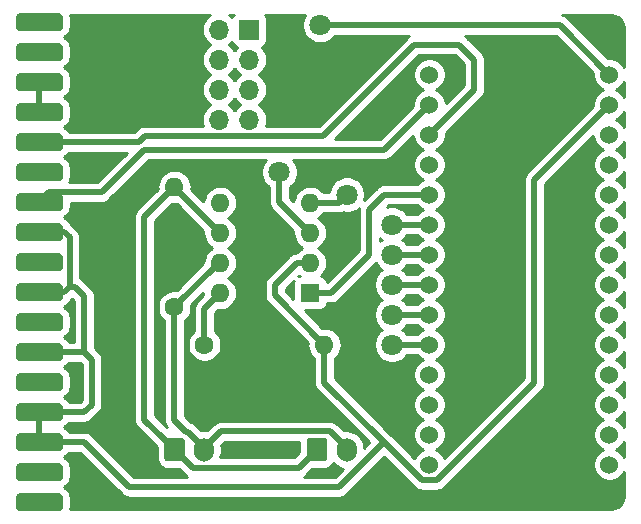
<source format=gbr>
G04 #@! TF.GenerationSoftware,KiCad,Pcbnew,(5.1.2)-2*
G04 #@! TF.CreationDate,2021-07-08T12:20:00+09:00*
G04 #@! TF.ProjectId,RIOboard,52494f62-6f61-4726-942e-6b696361645f,rev?*
G04 #@! TF.SameCoordinates,Original*
G04 #@! TF.FileFunction,Copper,L2,Bot*
G04 #@! TF.FilePolarity,Positive*
%FSLAX46Y46*%
G04 Gerber Fmt 4.6, Leading zero omitted, Abs format (unit mm)*
G04 Created by KiCad (PCBNEW (5.1.2)-2) date 2021-07-08 12:20:00*
%MOMM*%
%LPD*%
G04 APERTURE LIST*
%ADD10R,1.600000X1.600000*%
%ADD11O,1.600000X1.600000*%
%ADD12C,1.524000*%
%ADD13C,1.600000*%
%ADD14C,0.100000*%
%ADD15C,1.700000*%
%ADD16O,1.700000X2.000000*%
%ADD17R,1.700000X1.700000*%
%ADD18O,1.700000X1.700000*%
%ADD19C,1.500000*%
%ADD20C,1.800000*%
%ADD21C,0.500000*%
%ADD22C,0.254000*%
G04 APERTURE END LIST*
D10*
X55945000Y-156910000D03*
D11*
X48325000Y-149290000D03*
X55945000Y-154370000D03*
X48325000Y-151830000D03*
X55945000Y-151830000D03*
X48325000Y-154370000D03*
X55945000Y-149290000D03*
X48325000Y-156910000D03*
D12*
X66040000Y-138430000D03*
X66040000Y-140970000D03*
X66040000Y-143510000D03*
X66040000Y-146050000D03*
X66040000Y-148590000D03*
X66040000Y-151130000D03*
X66040000Y-153670000D03*
X66040000Y-156210000D03*
X66040000Y-158750000D03*
X66040000Y-161290000D03*
X66040000Y-163830000D03*
X66040000Y-166370000D03*
X66040000Y-168910000D03*
X66040000Y-171450000D03*
X81280000Y-171450000D03*
X81280000Y-168910000D03*
X81280000Y-166370000D03*
X81280000Y-163830000D03*
X81280000Y-161290000D03*
X81280000Y-158750000D03*
X81280000Y-156210000D03*
X81280000Y-153670000D03*
X81280000Y-151130000D03*
X81280000Y-148590000D03*
X81280000Y-146050000D03*
X81280000Y-143510000D03*
X81280000Y-140970000D03*
X81280000Y-138430000D03*
D13*
X44450000Y-158115000D03*
D11*
X44450000Y-147955000D03*
D13*
X46990000Y-161290000D03*
D11*
X57150000Y-161290000D03*
D14*
G36*
X45074504Y-169181204D02*
G01*
X45098773Y-169184804D01*
X45122571Y-169190765D01*
X45145671Y-169199030D01*
X45167849Y-169209520D01*
X45188893Y-169222133D01*
X45208598Y-169236747D01*
X45226777Y-169253223D01*
X45243253Y-169271402D01*
X45257867Y-169291107D01*
X45270480Y-169312151D01*
X45280970Y-169334329D01*
X45289235Y-169357429D01*
X45295196Y-169381227D01*
X45298796Y-169405496D01*
X45300000Y-169430000D01*
X45300000Y-170930000D01*
X45298796Y-170954504D01*
X45295196Y-170978773D01*
X45289235Y-171002571D01*
X45280970Y-171025671D01*
X45270480Y-171047849D01*
X45257867Y-171068893D01*
X45243253Y-171088598D01*
X45226777Y-171106777D01*
X45208598Y-171123253D01*
X45188893Y-171137867D01*
X45167849Y-171150480D01*
X45145671Y-171160970D01*
X45122571Y-171169235D01*
X45098773Y-171175196D01*
X45074504Y-171178796D01*
X45050000Y-171180000D01*
X43850000Y-171180000D01*
X43825496Y-171178796D01*
X43801227Y-171175196D01*
X43777429Y-171169235D01*
X43754329Y-171160970D01*
X43732151Y-171150480D01*
X43711107Y-171137867D01*
X43691402Y-171123253D01*
X43673223Y-171106777D01*
X43656747Y-171088598D01*
X43642133Y-171068893D01*
X43629520Y-171047849D01*
X43619030Y-171025671D01*
X43610765Y-171002571D01*
X43604804Y-170978773D01*
X43601204Y-170954504D01*
X43600000Y-170930000D01*
X43600000Y-169430000D01*
X43601204Y-169405496D01*
X43604804Y-169381227D01*
X43610765Y-169357429D01*
X43619030Y-169334329D01*
X43629520Y-169312151D01*
X43642133Y-169291107D01*
X43656747Y-169271402D01*
X43673223Y-169253223D01*
X43691402Y-169236747D01*
X43711107Y-169222133D01*
X43732151Y-169209520D01*
X43754329Y-169199030D01*
X43777429Y-169190765D01*
X43801227Y-169184804D01*
X43825496Y-169181204D01*
X43850000Y-169180000D01*
X45050000Y-169180000D01*
X45074504Y-169181204D01*
X45074504Y-169181204D01*
G37*
D15*
X44450000Y-170180000D03*
D16*
X46950000Y-170180000D03*
D14*
G36*
X57139504Y-169181204D02*
G01*
X57163773Y-169184804D01*
X57187571Y-169190765D01*
X57210671Y-169199030D01*
X57232849Y-169209520D01*
X57253893Y-169222133D01*
X57273598Y-169236747D01*
X57291777Y-169253223D01*
X57308253Y-169271402D01*
X57322867Y-169291107D01*
X57335480Y-169312151D01*
X57345970Y-169334329D01*
X57354235Y-169357429D01*
X57360196Y-169381227D01*
X57363796Y-169405496D01*
X57365000Y-169430000D01*
X57365000Y-170930000D01*
X57363796Y-170954504D01*
X57360196Y-170978773D01*
X57354235Y-171002571D01*
X57345970Y-171025671D01*
X57335480Y-171047849D01*
X57322867Y-171068893D01*
X57308253Y-171088598D01*
X57291777Y-171106777D01*
X57273598Y-171123253D01*
X57253893Y-171137867D01*
X57232849Y-171150480D01*
X57210671Y-171160970D01*
X57187571Y-171169235D01*
X57163773Y-171175196D01*
X57139504Y-171178796D01*
X57115000Y-171180000D01*
X55915000Y-171180000D01*
X55890496Y-171178796D01*
X55866227Y-171175196D01*
X55842429Y-171169235D01*
X55819329Y-171160970D01*
X55797151Y-171150480D01*
X55776107Y-171137867D01*
X55756402Y-171123253D01*
X55738223Y-171106777D01*
X55721747Y-171088598D01*
X55707133Y-171068893D01*
X55694520Y-171047849D01*
X55684030Y-171025671D01*
X55675765Y-171002571D01*
X55669804Y-170978773D01*
X55666204Y-170954504D01*
X55665000Y-170930000D01*
X55665000Y-169430000D01*
X55666204Y-169405496D01*
X55669804Y-169381227D01*
X55675765Y-169357429D01*
X55684030Y-169334329D01*
X55694520Y-169312151D01*
X55707133Y-169291107D01*
X55721747Y-169271402D01*
X55738223Y-169253223D01*
X55756402Y-169236747D01*
X55776107Y-169222133D01*
X55797151Y-169209520D01*
X55819329Y-169199030D01*
X55842429Y-169190765D01*
X55866227Y-169184804D01*
X55890496Y-169181204D01*
X55915000Y-169180000D01*
X57115000Y-169180000D01*
X57139504Y-169181204D01*
X57139504Y-169181204D01*
G37*
D15*
X56515000Y-170180000D03*
D16*
X59015000Y-170180000D03*
D17*
X50800000Y-134620000D03*
D18*
X48260000Y-134620000D03*
X50800000Y-137160000D03*
X48260000Y-137160000D03*
X50800000Y-139700000D03*
X48260000Y-139700000D03*
X50800000Y-142240000D03*
X48260000Y-142240000D03*
D14*
G36*
X34681756Y-133236806D02*
G01*
X34718159Y-133242206D01*
X34753857Y-133251147D01*
X34788506Y-133263545D01*
X34821774Y-133279280D01*
X34853339Y-133298199D01*
X34882897Y-133320121D01*
X34910165Y-133344835D01*
X34934879Y-133372103D01*
X34956801Y-133401661D01*
X34975720Y-133433226D01*
X34991455Y-133466494D01*
X35003853Y-133501143D01*
X35012794Y-133536841D01*
X35018194Y-133573244D01*
X35020000Y-133610000D01*
X35020000Y-134360000D01*
X35018194Y-134396756D01*
X35012794Y-134433159D01*
X35003853Y-134468857D01*
X34991455Y-134503506D01*
X34975720Y-134536774D01*
X34956801Y-134568339D01*
X34934879Y-134597897D01*
X34910165Y-134625165D01*
X34882897Y-134649879D01*
X34853339Y-134671801D01*
X34821774Y-134690720D01*
X34788506Y-134706455D01*
X34753857Y-134718853D01*
X34718159Y-134727794D01*
X34681756Y-134733194D01*
X34645000Y-134735000D01*
X31395000Y-134735000D01*
X31358244Y-134733194D01*
X31321841Y-134727794D01*
X31286143Y-134718853D01*
X31251494Y-134706455D01*
X31218226Y-134690720D01*
X31186661Y-134671801D01*
X31157103Y-134649879D01*
X31129835Y-134625165D01*
X31105121Y-134597897D01*
X31083199Y-134568339D01*
X31064280Y-134536774D01*
X31048545Y-134503506D01*
X31036147Y-134468857D01*
X31027206Y-134433159D01*
X31021806Y-134396756D01*
X31020000Y-134360000D01*
X31020000Y-133610000D01*
X31021806Y-133573244D01*
X31027206Y-133536841D01*
X31036147Y-133501143D01*
X31048545Y-133466494D01*
X31064280Y-133433226D01*
X31083199Y-133401661D01*
X31105121Y-133372103D01*
X31129835Y-133344835D01*
X31157103Y-133320121D01*
X31186661Y-133298199D01*
X31218226Y-133279280D01*
X31251494Y-133263545D01*
X31286143Y-133251147D01*
X31321841Y-133242206D01*
X31358244Y-133236806D01*
X31395000Y-133235000D01*
X34645000Y-133235000D01*
X34681756Y-133236806D01*
X34681756Y-133236806D01*
G37*
D19*
X33020000Y-133985000D03*
D14*
G36*
X34681756Y-135776806D02*
G01*
X34718159Y-135782206D01*
X34753857Y-135791147D01*
X34788506Y-135803545D01*
X34821774Y-135819280D01*
X34853339Y-135838199D01*
X34882897Y-135860121D01*
X34910165Y-135884835D01*
X34934879Y-135912103D01*
X34956801Y-135941661D01*
X34975720Y-135973226D01*
X34991455Y-136006494D01*
X35003853Y-136041143D01*
X35012794Y-136076841D01*
X35018194Y-136113244D01*
X35020000Y-136150000D01*
X35020000Y-136900000D01*
X35018194Y-136936756D01*
X35012794Y-136973159D01*
X35003853Y-137008857D01*
X34991455Y-137043506D01*
X34975720Y-137076774D01*
X34956801Y-137108339D01*
X34934879Y-137137897D01*
X34910165Y-137165165D01*
X34882897Y-137189879D01*
X34853339Y-137211801D01*
X34821774Y-137230720D01*
X34788506Y-137246455D01*
X34753857Y-137258853D01*
X34718159Y-137267794D01*
X34681756Y-137273194D01*
X34645000Y-137275000D01*
X31395000Y-137275000D01*
X31358244Y-137273194D01*
X31321841Y-137267794D01*
X31286143Y-137258853D01*
X31251494Y-137246455D01*
X31218226Y-137230720D01*
X31186661Y-137211801D01*
X31157103Y-137189879D01*
X31129835Y-137165165D01*
X31105121Y-137137897D01*
X31083199Y-137108339D01*
X31064280Y-137076774D01*
X31048545Y-137043506D01*
X31036147Y-137008857D01*
X31027206Y-136973159D01*
X31021806Y-136936756D01*
X31020000Y-136900000D01*
X31020000Y-136150000D01*
X31021806Y-136113244D01*
X31027206Y-136076841D01*
X31036147Y-136041143D01*
X31048545Y-136006494D01*
X31064280Y-135973226D01*
X31083199Y-135941661D01*
X31105121Y-135912103D01*
X31129835Y-135884835D01*
X31157103Y-135860121D01*
X31186661Y-135838199D01*
X31218226Y-135819280D01*
X31251494Y-135803545D01*
X31286143Y-135791147D01*
X31321841Y-135782206D01*
X31358244Y-135776806D01*
X31395000Y-135775000D01*
X34645000Y-135775000D01*
X34681756Y-135776806D01*
X34681756Y-135776806D01*
G37*
D19*
X33020000Y-136525000D03*
D14*
G36*
X34681756Y-138316806D02*
G01*
X34718159Y-138322206D01*
X34753857Y-138331147D01*
X34788506Y-138343545D01*
X34821774Y-138359280D01*
X34853339Y-138378199D01*
X34882897Y-138400121D01*
X34910165Y-138424835D01*
X34934879Y-138452103D01*
X34956801Y-138481661D01*
X34975720Y-138513226D01*
X34991455Y-138546494D01*
X35003853Y-138581143D01*
X35012794Y-138616841D01*
X35018194Y-138653244D01*
X35020000Y-138690000D01*
X35020000Y-139440000D01*
X35018194Y-139476756D01*
X35012794Y-139513159D01*
X35003853Y-139548857D01*
X34991455Y-139583506D01*
X34975720Y-139616774D01*
X34956801Y-139648339D01*
X34934879Y-139677897D01*
X34910165Y-139705165D01*
X34882897Y-139729879D01*
X34853339Y-139751801D01*
X34821774Y-139770720D01*
X34788506Y-139786455D01*
X34753857Y-139798853D01*
X34718159Y-139807794D01*
X34681756Y-139813194D01*
X34645000Y-139815000D01*
X31395000Y-139815000D01*
X31358244Y-139813194D01*
X31321841Y-139807794D01*
X31286143Y-139798853D01*
X31251494Y-139786455D01*
X31218226Y-139770720D01*
X31186661Y-139751801D01*
X31157103Y-139729879D01*
X31129835Y-139705165D01*
X31105121Y-139677897D01*
X31083199Y-139648339D01*
X31064280Y-139616774D01*
X31048545Y-139583506D01*
X31036147Y-139548857D01*
X31027206Y-139513159D01*
X31021806Y-139476756D01*
X31020000Y-139440000D01*
X31020000Y-138690000D01*
X31021806Y-138653244D01*
X31027206Y-138616841D01*
X31036147Y-138581143D01*
X31048545Y-138546494D01*
X31064280Y-138513226D01*
X31083199Y-138481661D01*
X31105121Y-138452103D01*
X31129835Y-138424835D01*
X31157103Y-138400121D01*
X31186661Y-138378199D01*
X31218226Y-138359280D01*
X31251494Y-138343545D01*
X31286143Y-138331147D01*
X31321841Y-138322206D01*
X31358244Y-138316806D01*
X31395000Y-138315000D01*
X34645000Y-138315000D01*
X34681756Y-138316806D01*
X34681756Y-138316806D01*
G37*
D19*
X33020000Y-139065000D03*
D14*
G36*
X34681756Y-140856806D02*
G01*
X34718159Y-140862206D01*
X34753857Y-140871147D01*
X34788506Y-140883545D01*
X34821774Y-140899280D01*
X34853339Y-140918199D01*
X34882897Y-140940121D01*
X34910165Y-140964835D01*
X34934879Y-140992103D01*
X34956801Y-141021661D01*
X34975720Y-141053226D01*
X34991455Y-141086494D01*
X35003853Y-141121143D01*
X35012794Y-141156841D01*
X35018194Y-141193244D01*
X35020000Y-141230000D01*
X35020000Y-141980000D01*
X35018194Y-142016756D01*
X35012794Y-142053159D01*
X35003853Y-142088857D01*
X34991455Y-142123506D01*
X34975720Y-142156774D01*
X34956801Y-142188339D01*
X34934879Y-142217897D01*
X34910165Y-142245165D01*
X34882897Y-142269879D01*
X34853339Y-142291801D01*
X34821774Y-142310720D01*
X34788506Y-142326455D01*
X34753857Y-142338853D01*
X34718159Y-142347794D01*
X34681756Y-142353194D01*
X34645000Y-142355000D01*
X31395000Y-142355000D01*
X31358244Y-142353194D01*
X31321841Y-142347794D01*
X31286143Y-142338853D01*
X31251494Y-142326455D01*
X31218226Y-142310720D01*
X31186661Y-142291801D01*
X31157103Y-142269879D01*
X31129835Y-142245165D01*
X31105121Y-142217897D01*
X31083199Y-142188339D01*
X31064280Y-142156774D01*
X31048545Y-142123506D01*
X31036147Y-142088857D01*
X31027206Y-142053159D01*
X31021806Y-142016756D01*
X31020000Y-141980000D01*
X31020000Y-141230000D01*
X31021806Y-141193244D01*
X31027206Y-141156841D01*
X31036147Y-141121143D01*
X31048545Y-141086494D01*
X31064280Y-141053226D01*
X31083199Y-141021661D01*
X31105121Y-140992103D01*
X31129835Y-140964835D01*
X31157103Y-140940121D01*
X31186661Y-140918199D01*
X31218226Y-140899280D01*
X31251494Y-140883545D01*
X31286143Y-140871147D01*
X31321841Y-140862206D01*
X31358244Y-140856806D01*
X31395000Y-140855000D01*
X34645000Y-140855000D01*
X34681756Y-140856806D01*
X34681756Y-140856806D01*
G37*
D19*
X33020000Y-141605000D03*
D14*
G36*
X34681756Y-143396806D02*
G01*
X34718159Y-143402206D01*
X34753857Y-143411147D01*
X34788506Y-143423545D01*
X34821774Y-143439280D01*
X34853339Y-143458199D01*
X34882897Y-143480121D01*
X34910165Y-143504835D01*
X34934879Y-143532103D01*
X34956801Y-143561661D01*
X34975720Y-143593226D01*
X34991455Y-143626494D01*
X35003853Y-143661143D01*
X35012794Y-143696841D01*
X35018194Y-143733244D01*
X35020000Y-143770000D01*
X35020000Y-144520000D01*
X35018194Y-144556756D01*
X35012794Y-144593159D01*
X35003853Y-144628857D01*
X34991455Y-144663506D01*
X34975720Y-144696774D01*
X34956801Y-144728339D01*
X34934879Y-144757897D01*
X34910165Y-144785165D01*
X34882897Y-144809879D01*
X34853339Y-144831801D01*
X34821774Y-144850720D01*
X34788506Y-144866455D01*
X34753857Y-144878853D01*
X34718159Y-144887794D01*
X34681756Y-144893194D01*
X34645000Y-144895000D01*
X31395000Y-144895000D01*
X31358244Y-144893194D01*
X31321841Y-144887794D01*
X31286143Y-144878853D01*
X31251494Y-144866455D01*
X31218226Y-144850720D01*
X31186661Y-144831801D01*
X31157103Y-144809879D01*
X31129835Y-144785165D01*
X31105121Y-144757897D01*
X31083199Y-144728339D01*
X31064280Y-144696774D01*
X31048545Y-144663506D01*
X31036147Y-144628857D01*
X31027206Y-144593159D01*
X31021806Y-144556756D01*
X31020000Y-144520000D01*
X31020000Y-143770000D01*
X31021806Y-143733244D01*
X31027206Y-143696841D01*
X31036147Y-143661143D01*
X31048545Y-143626494D01*
X31064280Y-143593226D01*
X31083199Y-143561661D01*
X31105121Y-143532103D01*
X31129835Y-143504835D01*
X31157103Y-143480121D01*
X31186661Y-143458199D01*
X31218226Y-143439280D01*
X31251494Y-143423545D01*
X31286143Y-143411147D01*
X31321841Y-143402206D01*
X31358244Y-143396806D01*
X31395000Y-143395000D01*
X34645000Y-143395000D01*
X34681756Y-143396806D01*
X34681756Y-143396806D01*
G37*
D19*
X33020000Y-144145000D03*
D14*
G36*
X34681756Y-145936806D02*
G01*
X34718159Y-145942206D01*
X34753857Y-145951147D01*
X34788506Y-145963545D01*
X34821774Y-145979280D01*
X34853339Y-145998199D01*
X34882897Y-146020121D01*
X34910165Y-146044835D01*
X34934879Y-146072103D01*
X34956801Y-146101661D01*
X34975720Y-146133226D01*
X34991455Y-146166494D01*
X35003853Y-146201143D01*
X35012794Y-146236841D01*
X35018194Y-146273244D01*
X35020000Y-146310000D01*
X35020000Y-147060000D01*
X35018194Y-147096756D01*
X35012794Y-147133159D01*
X35003853Y-147168857D01*
X34991455Y-147203506D01*
X34975720Y-147236774D01*
X34956801Y-147268339D01*
X34934879Y-147297897D01*
X34910165Y-147325165D01*
X34882897Y-147349879D01*
X34853339Y-147371801D01*
X34821774Y-147390720D01*
X34788506Y-147406455D01*
X34753857Y-147418853D01*
X34718159Y-147427794D01*
X34681756Y-147433194D01*
X34645000Y-147435000D01*
X31395000Y-147435000D01*
X31358244Y-147433194D01*
X31321841Y-147427794D01*
X31286143Y-147418853D01*
X31251494Y-147406455D01*
X31218226Y-147390720D01*
X31186661Y-147371801D01*
X31157103Y-147349879D01*
X31129835Y-147325165D01*
X31105121Y-147297897D01*
X31083199Y-147268339D01*
X31064280Y-147236774D01*
X31048545Y-147203506D01*
X31036147Y-147168857D01*
X31027206Y-147133159D01*
X31021806Y-147096756D01*
X31020000Y-147060000D01*
X31020000Y-146310000D01*
X31021806Y-146273244D01*
X31027206Y-146236841D01*
X31036147Y-146201143D01*
X31048545Y-146166494D01*
X31064280Y-146133226D01*
X31083199Y-146101661D01*
X31105121Y-146072103D01*
X31129835Y-146044835D01*
X31157103Y-146020121D01*
X31186661Y-145998199D01*
X31218226Y-145979280D01*
X31251494Y-145963545D01*
X31286143Y-145951147D01*
X31321841Y-145942206D01*
X31358244Y-145936806D01*
X31395000Y-145935000D01*
X34645000Y-145935000D01*
X34681756Y-145936806D01*
X34681756Y-145936806D01*
G37*
D19*
X33020000Y-146685000D03*
D14*
G36*
X34681756Y-148476806D02*
G01*
X34718159Y-148482206D01*
X34753857Y-148491147D01*
X34788506Y-148503545D01*
X34821774Y-148519280D01*
X34853339Y-148538199D01*
X34882897Y-148560121D01*
X34910165Y-148584835D01*
X34934879Y-148612103D01*
X34956801Y-148641661D01*
X34975720Y-148673226D01*
X34991455Y-148706494D01*
X35003853Y-148741143D01*
X35012794Y-148776841D01*
X35018194Y-148813244D01*
X35020000Y-148850000D01*
X35020000Y-149600000D01*
X35018194Y-149636756D01*
X35012794Y-149673159D01*
X35003853Y-149708857D01*
X34991455Y-149743506D01*
X34975720Y-149776774D01*
X34956801Y-149808339D01*
X34934879Y-149837897D01*
X34910165Y-149865165D01*
X34882897Y-149889879D01*
X34853339Y-149911801D01*
X34821774Y-149930720D01*
X34788506Y-149946455D01*
X34753857Y-149958853D01*
X34718159Y-149967794D01*
X34681756Y-149973194D01*
X34645000Y-149975000D01*
X31395000Y-149975000D01*
X31358244Y-149973194D01*
X31321841Y-149967794D01*
X31286143Y-149958853D01*
X31251494Y-149946455D01*
X31218226Y-149930720D01*
X31186661Y-149911801D01*
X31157103Y-149889879D01*
X31129835Y-149865165D01*
X31105121Y-149837897D01*
X31083199Y-149808339D01*
X31064280Y-149776774D01*
X31048545Y-149743506D01*
X31036147Y-149708857D01*
X31027206Y-149673159D01*
X31021806Y-149636756D01*
X31020000Y-149600000D01*
X31020000Y-148850000D01*
X31021806Y-148813244D01*
X31027206Y-148776841D01*
X31036147Y-148741143D01*
X31048545Y-148706494D01*
X31064280Y-148673226D01*
X31083199Y-148641661D01*
X31105121Y-148612103D01*
X31129835Y-148584835D01*
X31157103Y-148560121D01*
X31186661Y-148538199D01*
X31218226Y-148519280D01*
X31251494Y-148503545D01*
X31286143Y-148491147D01*
X31321841Y-148482206D01*
X31358244Y-148476806D01*
X31395000Y-148475000D01*
X34645000Y-148475000D01*
X34681756Y-148476806D01*
X34681756Y-148476806D01*
G37*
D19*
X33020000Y-149225000D03*
D14*
G36*
X34681756Y-151016806D02*
G01*
X34718159Y-151022206D01*
X34753857Y-151031147D01*
X34788506Y-151043545D01*
X34821774Y-151059280D01*
X34853339Y-151078199D01*
X34882897Y-151100121D01*
X34910165Y-151124835D01*
X34934879Y-151152103D01*
X34956801Y-151181661D01*
X34975720Y-151213226D01*
X34991455Y-151246494D01*
X35003853Y-151281143D01*
X35012794Y-151316841D01*
X35018194Y-151353244D01*
X35020000Y-151390000D01*
X35020000Y-152140000D01*
X35018194Y-152176756D01*
X35012794Y-152213159D01*
X35003853Y-152248857D01*
X34991455Y-152283506D01*
X34975720Y-152316774D01*
X34956801Y-152348339D01*
X34934879Y-152377897D01*
X34910165Y-152405165D01*
X34882897Y-152429879D01*
X34853339Y-152451801D01*
X34821774Y-152470720D01*
X34788506Y-152486455D01*
X34753857Y-152498853D01*
X34718159Y-152507794D01*
X34681756Y-152513194D01*
X34645000Y-152515000D01*
X31395000Y-152515000D01*
X31358244Y-152513194D01*
X31321841Y-152507794D01*
X31286143Y-152498853D01*
X31251494Y-152486455D01*
X31218226Y-152470720D01*
X31186661Y-152451801D01*
X31157103Y-152429879D01*
X31129835Y-152405165D01*
X31105121Y-152377897D01*
X31083199Y-152348339D01*
X31064280Y-152316774D01*
X31048545Y-152283506D01*
X31036147Y-152248857D01*
X31027206Y-152213159D01*
X31021806Y-152176756D01*
X31020000Y-152140000D01*
X31020000Y-151390000D01*
X31021806Y-151353244D01*
X31027206Y-151316841D01*
X31036147Y-151281143D01*
X31048545Y-151246494D01*
X31064280Y-151213226D01*
X31083199Y-151181661D01*
X31105121Y-151152103D01*
X31129835Y-151124835D01*
X31157103Y-151100121D01*
X31186661Y-151078199D01*
X31218226Y-151059280D01*
X31251494Y-151043545D01*
X31286143Y-151031147D01*
X31321841Y-151022206D01*
X31358244Y-151016806D01*
X31395000Y-151015000D01*
X34645000Y-151015000D01*
X34681756Y-151016806D01*
X34681756Y-151016806D01*
G37*
D19*
X33020000Y-151765000D03*
D14*
G36*
X34681756Y-153556806D02*
G01*
X34718159Y-153562206D01*
X34753857Y-153571147D01*
X34788506Y-153583545D01*
X34821774Y-153599280D01*
X34853339Y-153618199D01*
X34882897Y-153640121D01*
X34910165Y-153664835D01*
X34934879Y-153692103D01*
X34956801Y-153721661D01*
X34975720Y-153753226D01*
X34991455Y-153786494D01*
X35003853Y-153821143D01*
X35012794Y-153856841D01*
X35018194Y-153893244D01*
X35020000Y-153930000D01*
X35020000Y-154680000D01*
X35018194Y-154716756D01*
X35012794Y-154753159D01*
X35003853Y-154788857D01*
X34991455Y-154823506D01*
X34975720Y-154856774D01*
X34956801Y-154888339D01*
X34934879Y-154917897D01*
X34910165Y-154945165D01*
X34882897Y-154969879D01*
X34853339Y-154991801D01*
X34821774Y-155010720D01*
X34788506Y-155026455D01*
X34753857Y-155038853D01*
X34718159Y-155047794D01*
X34681756Y-155053194D01*
X34645000Y-155055000D01*
X31395000Y-155055000D01*
X31358244Y-155053194D01*
X31321841Y-155047794D01*
X31286143Y-155038853D01*
X31251494Y-155026455D01*
X31218226Y-155010720D01*
X31186661Y-154991801D01*
X31157103Y-154969879D01*
X31129835Y-154945165D01*
X31105121Y-154917897D01*
X31083199Y-154888339D01*
X31064280Y-154856774D01*
X31048545Y-154823506D01*
X31036147Y-154788857D01*
X31027206Y-154753159D01*
X31021806Y-154716756D01*
X31020000Y-154680000D01*
X31020000Y-153930000D01*
X31021806Y-153893244D01*
X31027206Y-153856841D01*
X31036147Y-153821143D01*
X31048545Y-153786494D01*
X31064280Y-153753226D01*
X31083199Y-153721661D01*
X31105121Y-153692103D01*
X31129835Y-153664835D01*
X31157103Y-153640121D01*
X31186661Y-153618199D01*
X31218226Y-153599280D01*
X31251494Y-153583545D01*
X31286143Y-153571147D01*
X31321841Y-153562206D01*
X31358244Y-153556806D01*
X31395000Y-153555000D01*
X34645000Y-153555000D01*
X34681756Y-153556806D01*
X34681756Y-153556806D01*
G37*
D19*
X33020000Y-154305000D03*
D14*
G36*
X34681756Y-156096806D02*
G01*
X34718159Y-156102206D01*
X34753857Y-156111147D01*
X34788506Y-156123545D01*
X34821774Y-156139280D01*
X34853339Y-156158199D01*
X34882897Y-156180121D01*
X34910165Y-156204835D01*
X34934879Y-156232103D01*
X34956801Y-156261661D01*
X34975720Y-156293226D01*
X34991455Y-156326494D01*
X35003853Y-156361143D01*
X35012794Y-156396841D01*
X35018194Y-156433244D01*
X35020000Y-156470000D01*
X35020000Y-157220000D01*
X35018194Y-157256756D01*
X35012794Y-157293159D01*
X35003853Y-157328857D01*
X34991455Y-157363506D01*
X34975720Y-157396774D01*
X34956801Y-157428339D01*
X34934879Y-157457897D01*
X34910165Y-157485165D01*
X34882897Y-157509879D01*
X34853339Y-157531801D01*
X34821774Y-157550720D01*
X34788506Y-157566455D01*
X34753857Y-157578853D01*
X34718159Y-157587794D01*
X34681756Y-157593194D01*
X34645000Y-157595000D01*
X31395000Y-157595000D01*
X31358244Y-157593194D01*
X31321841Y-157587794D01*
X31286143Y-157578853D01*
X31251494Y-157566455D01*
X31218226Y-157550720D01*
X31186661Y-157531801D01*
X31157103Y-157509879D01*
X31129835Y-157485165D01*
X31105121Y-157457897D01*
X31083199Y-157428339D01*
X31064280Y-157396774D01*
X31048545Y-157363506D01*
X31036147Y-157328857D01*
X31027206Y-157293159D01*
X31021806Y-157256756D01*
X31020000Y-157220000D01*
X31020000Y-156470000D01*
X31021806Y-156433244D01*
X31027206Y-156396841D01*
X31036147Y-156361143D01*
X31048545Y-156326494D01*
X31064280Y-156293226D01*
X31083199Y-156261661D01*
X31105121Y-156232103D01*
X31129835Y-156204835D01*
X31157103Y-156180121D01*
X31186661Y-156158199D01*
X31218226Y-156139280D01*
X31251494Y-156123545D01*
X31286143Y-156111147D01*
X31321841Y-156102206D01*
X31358244Y-156096806D01*
X31395000Y-156095000D01*
X34645000Y-156095000D01*
X34681756Y-156096806D01*
X34681756Y-156096806D01*
G37*
D19*
X33020000Y-156845000D03*
D14*
G36*
X34681756Y-158636806D02*
G01*
X34718159Y-158642206D01*
X34753857Y-158651147D01*
X34788506Y-158663545D01*
X34821774Y-158679280D01*
X34853339Y-158698199D01*
X34882897Y-158720121D01*
X34910165Y-158744835D01*
X34934879Y-158772103D01*
X34956801Y-158801661D01*
X34975720Y-158833226D01*
X34991455Y-158866494D01*
X35003853Y-158901143D01*
X35012794Y-158936841D01*
X35018194Y-158973244D01*
X35020000Y-159010000D01*
X35020000Y-159760000D01*
X35018194Y-159796756D01*
X35012794Y-159833159D01*
X35003853Y-159868857D01*
X34991455Y-159903506D01*
X34975720Y-159936774D01*
X34956801Y-159968339D01*
X34934879Y-159997897D01*
X34910165Y-160025165D01*
X34882897Y-160049879D01*
X34853339Y-160071801D01*
X34821774Y-160090720D01*
X34788506Y-160106455D01*
X34753857Y-160118853D01*
X34718159Y-160127794D01*
X34681756Y-160133194D01*
X34645000Y-160135000D01*
X31395000Y-160135000D01*
X31358244Y-160133194D01*
X31321841Y-160127794D01*
X31286143Y-160118853D01*
X31251494Y-160106455D01*
X31218226Y-160090720D01*
X31186661Y-160071801D01*
X31157103Y-160049879D01*
X31129835Y-160025165D01*
X31105121Y-159997897D01*
X31083199Y-159968339D01*
X31064280Y-159936774D01*
X31048545Y-159903506D01*
X31036147Y-159868857D01*
X31027206Y-159833159D01*
X31021806Y-159796756D01*
X31020000Y-159760000D01*
X31020000Y-159010000D01*
X31021806Y-158973244D01*
X31027206Y-158936841D01*
X31036147Y-158901143D01*
X31048545Y-158866494D01*
X31064280Y-158833226D01*
X31083199Y-158801661D01*
X31105121Y-158772103D01*
X31129835Y-158744835D01*
X31157103Y-158720121D01*
X31186661Y-158698199D01*
X31218226Y-158679280D01*
X31251494Y-158663545D01*
X31286143Y-158651147D01*
X31321841Y-158642206D01*
X31358244Y-158636806D01*
X31395000Y-158635000D01*
X34645000Y-158635000D01*
X34681756Y-158636806D01*
X34681756Y-158636806D01*
G37*
D19*
X33020000Y-159385000D03*
D14*
G36*
X34681756Y-161176806D02*
G01*
X34718159Y-161182206D01*
X34753857Y-161191147D01*
X34788506Y-161203545D01*
X34821774Y-161219280D01*
X34853339Y-161238199D01*
X34882897Y-161260121D01*
X34910165Y-161284835D01*
X34934879Y-161312103D01*
X34956801Y-161341661D01*
X34975720Y-161373226D01*
X34991455Y-161406494D01*
X35003853Y-161441143D01*
X35012794Y-161476841D01*
X35018194Y-161513244D01*
X35020000Y-161550000D01*
X35020000Y-162300000D01*
X35018194Y-162336756D01*
X35012794Y-162373159D01*
X35003853Y-162408857D01*
X34991455Y-162443506D01*
X34975720Y-162476774D01*
X34956801Y-162508339D01*
X34934879Y-162537897D01*
X34910165Y-162565165D01*
X34882897Y-162589879D01*
X34853339Y-162611801D01*
X34821774Y-162630720D01*
X34788506Y-162646455D01*
X34753857Y-162658853D01*
X34718159Y-162667794D01*
X34681756Y-162673194D01*
X34645000Y-162675000D01*
X31395000Y-162675000D01*
X31358244Y-162673194D01*
X31321841Y-162667794D01*
X31286143Y-162658853D01*
X31251494Y-162646455D01*
X31218226Y-162630720D01*
X31186661Y-162611801D01*
X31157103Y-162589879D01*
X31129835Y-162565165D01*
X31105121Y-162537897D01*
X31083199Y-162508339D01*
X31064280Y-162476774D01*
X31048545Y-162443506D01*
X31036147Y-162408857D01*
X31027206Y-162373159D01*
X31021806Y-162336756D01*
X31020000Y-162300000D01*
X31020000Y-161550000D01*
X31021806Y-161513244D01*
X31027206Y-161476841D01*
X31036147Y-161441143D01*
X31048545Y-161406494D01*
X31064280Y-161373226D01*
X31083199Y-161341661D01*
X31105121Y-161312103D01*
X31129835Y-161284835D01*
X31157103Y-161260121D01*
X31186661Y-161238199D01*
X31218226Y-161219280D01*
X31251494Y-161203545D01*
X31286143Y-161191147D01*
X31321841Y-161182206D01*
X31358244Y-161176806D01*
X31395000Y-161175000D01*
X34645000Y-161175000D01*
X34681756Y-161176806D01*
X34681756Y-161176806D01*
G37*
D19*
X33020000Y-161925000D03*
D14*
G36*
X34681756Y-163716806D02*
G01*
X34718159Y-163722206D01*
X34753857Y-163731147D01*
X34788506Y-163743545D01*
X34821774Y-163759280D01*
X34853339Y-163778199D01*
X34882897Y-163800121D01*
X34910165Y-163824835D01*
X34934879Y-163852103D01*
X34956801Y-163881661D01*
X34975720Y-163913226D01*
X34991455Y-163946494D01*
X35003853Y-163981143D01*
X35012794Y-164016841D01*
X35018194Y-164053244D01*
X35020000Y-164090000D01*
X35020000Y-164840000D01*
X35018194Y-164876756D01*
X35012794Y-164913159D01*
X35003853Y-164948857D01*
X34991455Y-164983506D01*
X34975720Y-165016774D01*
X34956801Y-165048339D01*
X34934879Y-165077897D01*
X34910165Y-165105165D01*
X34882897Y-165129879D01*
X34853339Y-165151801D01*
X34821774Y-165170720D01*
X34788506Y-165186455D01*
X34753857Y-165198853D01*
X34718159Y-165207794D01*
X34681756Y-165213194D01*
X34645000Y-165215000D01*
X31395000Y-165215000D01*
X31358244Y-165213194D01*
X31321841Y-165207794D01*
X31286143Y-165198853D01*
X31251494Y-165186455D01*
X31218226Y-165170720D01*
X31186661Y-165151801D01*
X31157103Y-165129879D01*
X31129835Y-165105165D01*
X31105121Y-165077897D01*
X31083199Y-165048339D01*
X31064280Y-165016774D01*
X31048545Y-164983506D01*
X31036147Y-164948857D01*
X31027206Y-164913159D01*
X31021806Y-164876756D01*
X31020000Y-164840000D01*
X31020000Y-164090000D01*
X31021806Y-164053244D01*
X31027206Y-164016841D01*
X31036147Y-163981143D01*
X31048545Y-163946494D01*
X31064280Y-163913226D01*
X31083199Y-163881661D01*
X31105121Y-163852103D01*
X31129835Y-163824835D01*
X31157103Y-163800121D01*
X31186661Y-163778199D01*
X31218226Y-163759280D01*
X31251494Y-163743545D01*
X31286143Y-163731147D01*
X31321841Y-163722206D01*
X31358244Y-163716806D01*
X31395000Y-163715000D01*
X34645000Y-163715000D01*
X34681756Y-163716806D01*
X34681756Y-163716806D01*
G37*
D19*
X33020000Y-164465000D03*
D14*
G36*
X34681756Y-166256806D02*
G01*
X34718159Y-166262206D01*
X34753857Y-166271147D01*
X34788506Y-166283545D01*
X34821774Y-166299280D01*
X34853339Y-166318199D01*
X34882897Y-166340121D01*
X34910165Y-166364835D01*
X34934879Y-166392103D01*
X34956801Y-166421661D01*
X34975720Y-166453226D01*
X34991455Y-166486494D01*
X35003853Y-166521143D01*
X35012794Y-166556841D01*
X35018194Y-166593244D01*
X35020000Y-166630000D01*
X35020000Y-167380000D01*
X35018194Y-167416756D01*
X35012794Y-167453159D01*
X35003853Y-167488857D01*
X34991455Y-167523506D01*
X34975720Y-167556774D01*
X34956801Y-167588339D01*
X34934879Y-167617897D01*
X34910165Y-167645165D01*
X34882897Y-167669879D01*
X34853339Y-167691801D01*
X34821774Y-167710720D01*
X34788506Y-167726455D01*
X34753857Y-167738853D01*
X34718159Y-167747794D01*
X34681756Y-167753194D01*
X34645000Y-167755000D01*
X31395000Y-167755000D01*
X31358244Y-167753194D01*
X31321841Y-167747794D01*
X31286143Y-167738853D01*
X31251494Y-167726455D01*
X31218226Y-167710720D01*
X31186661Y-167691801D01*
X31157103Y-167669879D01*
X31129835Y-167645165D01*
X31105121Y-167617897D01*
X31083199Y-167588339D01*
X31064280Y-167556774D01*
X31048545Y-167523506D01*
X31036147Y-167488857D01*
X31027206Y-167453159D01*
X31021806Y-167416756D01*
X31020000Y-167380000D01*
X31020000Y-166630000D01*
X31021806Y-166593244D01*
X31027206Y-166556841D01*
X31036147Y-166521143D01*
X31048545Y-166486494D01*
X31064280Y-166453226D01*
X31083199Y-166421661D01*
X31105121Y-166392103D01*
X31129835Y-166364835D01*
X31157103Y-166340121D01*
X31186661Y-166318199D01*
X31218226Y-166299280D01*
X31251494Y-166283545D01*
X31286143Y-166271147D01*
X31321841Y-166262206D01*
X31358244Y-166256806D01*
X31395000Y-166255000D01*
X34645000Y-166255000D01*
X34681756Y-166256806D01*
X34681756Y-166256806D01*
G37*
D19*
X33020000Y-167005000D03*
D14*
G36*
X34681756Y-168796806D02*
G01*
X34718159Y-168802206D01*
X34753857Y-168811147D01*
X34788506Y-168823545D01*
X34821774Y-168839280D01*
X34853339Y-168858199D01*
X34882897Y-168880121D01*
X34910165Y-168904835D01*
X34934879Y-168932103D01*
X34956801Y-168961661D01*
X34975720Y-168993226D01*
X34991455Y-169026494D01*
X35003853Y-169061143D01*
X35012794Y-169096841D01*
X35018194Y-169133244D01*
X35020000Y-169170000D01*
X35020000Y-169920000D01*
X35018194Y-169956756D01*
X35012794Y-169993159D01*
X35003853Y-170028857D01*
X34991455Y-170063506D01*
X34975720Y-170096774D01*
X34956801Y-170128339D01*
X34934879Y-170157897D01*
X34910165Y-170185165D01*
X34882897Y-170209879D01*
X34853339Y-170231801D01*
X34821774Y-170250720D01*
X34788506Y-170266455D01*
X34753857Y-170278853D01*
X34718159Y-170287794D01*
X34681756Y-170293194D01*
X34645000Y-170295000D01*
X31395000Y-170295000D01*
X31358244Y-170293194D01*
X31321841Y-170287794D01*
X31286143Y-170278853D01*
X31251494Y-170266455D01*
X31218226Y-170250720D01*
X31186661Y-170231801D01*
X31157103Y-170209879D01*
X31129835Y-170185165D01*
X31105121Y-170157897D01*
X31083199Y-170128339D01*
X31064280Y-170096774D01*
X31048545Y-170063506D01*
X31036147Y-170028857D01*
X31027206Y-169993159D01*
X31021806Y-169956756D01*
X31020000Y-169920000D01*
X31020000Y-169170000D01*
X31021806Y-169133244D01*
X31027206Y-169096841D01*
X31036147Y-169061143D01*
X31048545Y-169026494D01*
X31064280Y-168993226D01*
X31083199Y-168961661D01*
X31105121Y-168932103D01*
X31129835Y-168904835D01*
X31157103Y-168880121D01*
X31186661Y-168858199D01*
X31218226Y-168839280D01*
X31251494Y-168823545D01*
X31286143Y-168811147D01*
X31321841Y-168802206D01*
X31358244Y-168796806D01*
X31395000Y-168795000D01*
X34645000Y-168795000D01*
X34681756Y-168796806D01*
X34681756Y-168796806D01*
G37*
D19*
X33020000Y-169545000D03*
D14*
G36*
X34681756Y-171336806D02*
G01*
X34718159Y-171342206D01*
X34753857Y-171351147D01*
X34788506Y-171363545D01*
X34821774Y-171379280D01*
X34853339Y-171398199D01*
X34882897Y-171420121D01*
X34910165Y-171444835D01*
X34934879Y-171472103D01*
X34956801Y-171501661D01*
X34975720Y-171533226D01*
X34991455Y-171566494D01*
X35003853Y-171601143D01*
X35012794Y-171636841D01*
X35018194Y-171673244D01*
X35020000Y-171710000D01*
X35020000Y-172460000D01*
X35018194Y-172496756D01*
X35012794Y-172533159D01*
X35003853Y-172568857D01*
X34991455Y-172603506D01*
X34975720Y-172636774D01*
X34956801Y-172668339D01*
X34934879Y-172697897D01*
X34910165Y-172725165D01*
X34882897Y-172749879D01*
X34853339Y-172771801D01*
X34821774Y-172790720D01*
X34788506Y-172806455D01*
X34753857Y-172818853D01*
X34718159Y-172827794D01*
X34681756Y-172833194D01*
X34645000Y-172835000D01*
X31395000Y-172835000D01*
X31358244Y-172833194D01*
X31321841Y-172827794D01*
X31286143Y-172818853D01*
X31251494Y-172806455D01*
X31218226Y-172790720D01*
X31186661Y-172771801D01*
X31157103Y-172749879D01*
X31129835Y-172725165D01*
X31105121Y-172697897D01*
X31083199Y-172668339D01*
X31064280Y-172636774D01*
X31048545Y-172603506D01*
X31036147Y-172568857D01*
X31027206Y-172533159D01*
X31021806Y-172496756D01*
X31020000Y-172460000D01*
X31020000Y-171710000D01*
X31021806Y-171673244D01*
X31027206Y-171636841D01*
X31036147Y-171601143D01*
X31048545Y-171566494D01*
X31064280Y-171533226D01*
X31083199Y-171501661D01*
X31105121Y-171472103D01*
X31129835Y-171444835D01*
X31157103Y-171420121D01*
X31186661Y-171398199D01*
X31218226Y-171379280D01*
X31251494Y-171363545D01*
X31286143Y-171351147D01*
X31321841Y-171342206D01*
X31358244Y-171336806D01*
X31395000Y-171335000D01*
X34645000Y-171335000D01*
X34681756Y-171336806D01*
X34681756Y-171336806D01*
G37*
D19*
X33020000Y-172085000D03*
D14*
G36*
X34681756Y-173876806D02*
G01*
X34718159Y-173882206D01*
X34753857Y-173891147D01*
X34788506Y-173903545D01*
X34821774Y-173919280D01*
X34853339Y-173938199D01*
X34882897Y-173960121D01*
X34910165Y-173984835D01*
X34934879Y-174012103D01*
X34956801Y-174041661D01*
X34975720Y-174073226D01*
X34991455Y-174106494D01*
X35003853Y-174141143D01*
X35012794Y-174176841D01*
X35018194Y-174213244D01*
X35020000Y-174250000D01*
X35020000Y-175000000D01*
X35018194Y-175036756D01*
X35012794Y-175073159D01*
X35003853Y-175108857D01*
X34991455Y-175143506D01*
X34975720Y-175176774D01*
X34956801Y-175208339D01*
X34934879Y-175237897D01*
X34910165Y-175265165D01*
X34882897Y-175289879D01*
X34853339Y-175311801D01*
X34821774Y-175330720D01*
X34788506Y-175346455D01*
X34753857Y-175358853D01*
X34718159Y-175367794D01*
X34681756Y-175373194D01*
X34645000Y-175375000D01*
X31395000Y-175375000D01*
X31358244Y-175373194D01*
X31321841Y-175367794D01*
X31286143Y-175358853D01*
X31251494Y-175346455D01*
X31218226Y-175330720D01*
X31186661Y-175311801D01*
X31157103Y-175289879D01*
X31129835Y-175265165D01*
X31105121Y-175237897D01*
X31083199Y-175208339D01*
X31064280Y-175176774D01*
X31048545Y-175143506D01*
X31036147Y-175108857D01*
X31027206Y-175073159D01*
X31021806Y-175036756D01*
X31020000Y-175000000D01*
X31020000Y-174250000D01*
X31021806Y-174213244D01*
X31027206Y-174176841D01*
X31036147Y-174141143D01*
X31048545Y-174106494D01*
X31064280Y-174073226D01*
X31083199Y-174041661D01*
X31105121Y-174012103D01*
X31129835Y-173984835D01*
X31157103Y-173960121D01*
X31186661Y-173938199D01*
X31218226Y-173919280D01*
X31251494Y-173903545D01*
X31286143Y-173891147D01*
X31321841Y-173882206D01*
X31358244Y-173876806D01*
X31395000Y-173875000D01*
X34645000Y-173875000D01*
X34681756Y-173876806D01*
X34681756Y-173876806D01*
G37*
D19*
X33020000Y-174625000D03*
D20*
X53340000Y-146685000D03*
X56779999Y-134249999D03*
X62865000Y-161290000D03*
X62865000Y-158750000D03*
X62865000Y-156210000D03*
X62865000Y-153670000D03*
X59055000Y-148590000D03*
X62865000Y-151130000D03*
D21*
X55945000Y-151830000D02*
X53340000Y-149225000D01*
X53340000Y-149225000D02*
X53340000Y-146685000D01*
X53340000Y-146685000D02*
X53340000Y-146685000D01*
X77099999Y-134249999D02*
X81280000Y-138430000D01*
X56779999Y-134249999D02*
X77099999Y-134249999D01*
X54813630Y-154370000D02*
X52973630Y-156210000D01*
X55945000Y-154370000D02*
X54813630Y-154370000D01*
X52973630Y-157113630D02*
X57150000Y-161290000D01*
X52973630Y-156210000D02*
X52973630Y-157113630D01*
X66669761Y-172762001D02*
X74930000Y-164501762D01*
X65410239Y-172762001D02*
X66669761Y-172762001D01*
X57150000Y-161290000D02*
X57150000Y-164501762D01*
X74930000Y-147320000D02*
X81280000Y-140970000D01*
X74930000Y-164501762D02*
X74930000Y-147320000D01*
X33020000Y-139065000D02*
X33020000Y-141605000D01*
X58420000Y-173355000D02*
X40640000Y-173355000D01*
X62211619Y-169563381D02*
X58420000Y-173355000D01*
X62211619Y-169563381D02*
X65410239Y-172762001D01*
X57150000Y-164501762D02*
X62211619Y-169563381D01*
X36830000Y-169545000D02*
X33020000Y-169545000D01*
X40640000Y-173355000D02*
X36830000Y-169545000D01*
X33020000Y-167005000D02*
X33020000Y-169545000D01*
X33020000Y-161925000D02*
X36830000Y-161925000D01*
X36830000Y-161925000D02*
X37465000Y-162560000D01*
X37465000Y-162560000D02*
X37465000Y-166370000D01*
X37465000Y-166370000D02*
X36830000Y-167005000D01*
X36830000Y-167005000D02*
X33020000Y-167005000D01*
X35120000Y-151765000D02*
X33020000Y-151765000D01*
X35570010Y-152215010D02*
X35120000Y-151765000D01*
X35570010Y-156394990D02*
X35570010Y-152215010D01*
X35120000Y-156845000D02*
X35570010Y-156394990D01*
X33020000Y-156845000D02*
X35120000Y-156845000D01*
X36010010Y-156394990D02*
X35570010Y-156394990D01*
X36830000Y-157214980D02*
X36010010Y-156394990D01*
X36830000Y-161925000D02*
X36830000Y-157214980D01*
X62865000Y-161290000D02*
X66040000Y-161290000D01*
X62865000Y-158750000D02*
X66040000Y-158750000D01*
X33840710Y-148404290D02*
X38285710Y-148404290D01*
X33020000Y-149225000D02*
X33840710Y-148404290D01*
X38285710Y-148404290D02*
X41910000Y-144780000D01*
X62230000Y-144780000D02*
X66040000Y-140970000D01*
X41910000Y-144780000D02*
X62230000Y-144780000D01*
X62865000Y-156210000D02*
X66040000Y-156210000D01*
X62865000Y-153670000D02*
X66040000Y-153670000D01*
X69850000Y-139700000D02*
X66040000Y-143510000D01*
X69850000Y-137160000D02*
X69850000Y-139700000D01*
X33020000Y-144145000D02*
X41413616Y-144145000D01*
X41413616Y-144145000D02*
X41918615Y-143640001D01*
X41918615Y-143640001D02*
X57019999Y-143640001D01*
X57019999Y-143640001D02*
X64770000Y-135890000D01*
X64770000Y-135890000D02*
X68580000Y-135890000D01*
X68580000Y-135890000D02*
X69850000Y-137160000D01*
X48195000Y-154370000D02*
X48325000Y-154370000D01*
X44450000Y-158115000D02*
X48195000Y-154370000D01*
X45600000Y-168680000D02*
X46950000Y-170030000D01*
X45450000Y-168680000D02*
X45600000Y-168680000D01*
X44450000Y-167680000D02*
X45450000Y-168680000D01*
X44450000Y-158115000D02*
X44450000Y-167680000D01*
X59015000Y-170030000D02*
X59015000Y-170180000D01*
X57614990Y-168629990D02*
X59015000Y-170030000D01*
X48350010Y-168629990D02*
X57614990Y-168629990D01*
X46950000Y-170030000D02*
X48350010Y-168629990D01*
X46950000Y-170180000D02*
X46950000Y-170030000D01*
X44450000Y-147955000D02*
X48325000Y-151830000D01*
X45355553Y-171085553D02*
X44450000Y-170180000D01*
X46000010Y-171730010D02*
X45355553Y-171085553D01*
X54964990Y-171730010D02*
X46000010Y-171730010D01*
X56515000Y-170180000D02*
X54964990Y-171730010D01*
X43544447Y-169274447D02*
X44450000Y-170180000D01*
X41910000Y-167640000D02*
X43544447Y-169274447D01*
X41910000Y-150495000D02*
X41910000Y-167640000D01*
X44450000Y-147955000D02*
X41910000Y-150495000D01*
X46990000Y-158245000D02*
X48325000Y-156910000D01*
X46990000Y-161290000D02*
X46990000Y-158245000D01*
X55945000Y-149290000D02*
X58355000Y-149290000D01*
X58355000Y-149290000D02*
X59055000Y-148590000D01*
X59055000Y-148590000D02*
X59055000Y-148590000D01*
X62865000Y-151130000D02*
X66040000Y-151130000D01*
X55945000Y-156910000D02*
X57720000Y-156910000D01*
X66040000Y-148590000D02*
X62230000Y-148590000D01*
X62230000Y-148590000D02*
X60960000Y-149860000D01*
X60960000Y-149860000D02*
X60960000Y-153670000D01*
X57720000Y-156910000D02*
X60960000Y-153670000D01*
D22*
G36*
X79883000Y-143647592D02*
G01*
X79936686Y-143917490D01*
X80041995Y-144171727D01*
X80194880Y-144400535D01*
X80389465Y-144595120D01*
X80618273Y-144748005D01*
X80695515Y-144780000D01*
X80618273Y-144811995D01*
X80389465Y-144964880D01*
X80194880Y-145159465D01*
X80041995Y-145388273D01*
X79936686Y-145642510D01*
X79883000Y-145912408D01*
X79883000Y-146187592D01*
X79936686Y-146457490D01*
X80041995Y-146711727D01*
X80194880Y-146940535D01*
X80389465Y-147135120D01*
X80618273Y-147288005D01*
X80695515Y-147320000D01*
X80618273Y-147351995D01*
X80389465Y-147504880D01*
X80194880Y-147699465D01*
X80041995Y-147928273D01*
X79936686Y-148182510D01*
X79883000Y-148452408D01*
X79883000Y-148727592D01*
X79936686Y-148997490D01*
X80041995Y-149251727D01*
X80194880Y-149480535D01*
X80389465Y-149675120D01*
X80618273Y-149828005D01*
X80695515Y-149860000D01*
X80618273Y-149891995D01*
X80389465Y-150044880D01*
X80194880Y-150239465D01*
X80041995Y-150468273D01*
X79936686Y-150722510D01*
X79883000Y-150992408D01*
X79883000Y-151267592D01*
X79936686Y-151537490D01*
X80041995Y-151791727D01*
X80194880Y-152020535D01*
X80389465Y-152215120D01*
X80618273Y-152368005D01*
X80695515Y-152400000D01*
X80618273Y-152431995D01*
X80389465Y-152584880D01*
X80194880Y-152779465D01*
X80041995Y-153008273D01*
X79936686Y-153262510D01*
X79883000Y-153532408D01*
X79883000Y-153807592D01*
X79936686Y-154077490D01*
X80041995Y-154331727D01*
X80194880Y-154560535D01*
X80389465Y-154755120D01*
X80618273Y-154908005D01*
X80695515Y-154940000D01*
X80618273Y-154971995D01*
X80389465Y-155124880D01*
X80194880Y-155319465D01*
X80041995Y-155548273D01*
X79936686Y-155802510D01*
X79883000Y-156072408D01*
X79883000Y-156347592D01*
X79936686Y-156617490D01*
X80041995Y-156871727D01*
X80194880Y-157100535D01*
X80389465Y-157295120D01*
X80618273Y-157448005D01*
X80695515Y-157480000D01*
X80618273Y-157511995D01*
X80389465Y-157664880D01*
X80194880Y-157859465D01*
X80041995Y-158088273D01*
X79936686Y-158342510D01*
X79883000Y-158612408D01*
X79883000Y-158887592D01*
X79936686Y-159157490D01*
X80041995Y-159411727D01*
X80194880Y-159640535D01*
X80389465Y-159835120D01*
X80618273Y-159988005D01*
X80695515Y-160020000D01*
X80618273Y-160051995D01*
X80389465Y-160204880D01*
X80194880Y-160399465D01*
X80041995Y-160628273D01*
X79936686Y-160882510D01*
X79883000Y-161152408D01*
X79883000Y-161427592D01*
X79936686Y-161697490D01*
X80041995Y-161951727D01*
X80194880Y-162180535D01*
X80389465Y-162375120D01*
X80618273Y-162528005D01*
X80695515Y-162560000D01*
X80618273Y-162591995D01*
X80389465Y-162744880D01*
X80194880Y-162939465D01*
X80041995Y-163168273D01*
X79936686Y-163422510D01*
X79883000Y-163692408D01*
X79883000Y-163967592D01*
X79936686Y-164237490D01*
X80041995Y-164491727D01*
X80194880Y-164720535D01*
X80389465Y-164915120D01*
X80618273Y-165068005D01*
X80695515Y-165100000D01*
X80618273Y-165131995D01*
X80389465Y-165284880D01*
X80194880Y-165479465D01*
X80041995Y-165708273D01*
X79936686Y-165962510D01*
X79883000Y-166232408D01*
X79883000Y-166507592D01*
X79936686Y-166777490D01*
X80041995Y-167031727D01*
X80194880Y-167260535D01*
X80389465Y-167455120D01*
X80618273Y-167608005D01*
X80695515Y-167640000D01*
X80618273Y-167671995D01*
X80389465Y-167824880D01*
X80194880Y-168019465D01*
X80041995Y-168248273D01*
X79936686Y-168502510D01*
X79883000Y-168772408D01*
X79883000Y-169047592D01*
X79936686Y-169317490D01*
X80041995Y-169571727D01*
X80194880Y-169800535D01*
X80389465Y-169995120D01*
X80618273Y-170148005D01*
X80695515Y-170180000D01*
X80618273Y-170211995D01*
X80389465Y-170364880D01*
X80194880Y-170559465D01*
X80041995Y-170788273D01*
X79936686Y-171042510D01*
X79883000Y-171312408D01*
X79883000Y-171587592D01*
X79936686Y-171857490D01*
X80041995Y-172111727D01*
X80194880Y-172340535D01*
X80389465Y-172535120D01*
X80618273Y-172688005D01*
X80872510Y-172793314D01*
X81142408Y-172847000D01*
X81417592Y-172847000D01*
X81687490Y-172793314D01*
X81941727Y-172688005D01*
X82170535Y-172535120D01*
X82365120Y-172340535D01*
X82518005Y-172111727D01*
X82525001Y-172094837D01*
X82525001Y-173957712D01*
X82498185Y-174231205D01*
X82428133Y-174463226D01*
X82314350Y-174677222D01*
X82161169Y-174865039D01*
X81974424Y-175019529D01*
X81761231Y-175134802D01*
X81529701Y-175206472D01*
X81258276Y-175235000D01*
X35627273Y-175235000D01*
X35638606Y-175197641D01*
X35658072Y-175000000D01*
X35658072Y-174250000D01*
X35638606Y-174052359D01*
X35580956Y-173862314D01*
X35487339Y-173687167D01*
X35361350Y-173533650D01*
X35207833Y-173407661D01*
X35109310Y-173355000D01*
X35207833Y-173302339D01*
X35361350Y-173176350D01*
X35487339Y-173022833D01*
X35580956Y-172847686D01*
X35638606Y-172657641D01*
X35658072Y-172460000D01*
X35658072Y-171710000D01*
X35638606Y-171512359D01*
X35580956Y-171322314D01*
X35487339Y-171147167D01*
X35361350Y-170993650D01*
X35207833Y-170867661D01*
X35109310Y-170815000D01*
X35207833Y-170762339D01*
X35361350Y-170636350D01*
X35487339Y-170482833D01*
X35515579Y-170430000D01*
X36463422Y-170430000D01*
X39983470Y-173950049D01*
X40011183Y-173983817D01*
X40044951Y-174011530D01*
X40044953Y-174011532D01*
X40145941Y-174094411D01*
X40299686Y-174176589D01*
X40401252Y-174207399D01*
X40466510Y-174227195D01*
X40596523Y-174240000D01*
X40596531Y-174240000D01*
X40640000Y-174244281D01*
X40683469Y-174240000D01*
X58376531Y-174240000D01*
X58420000Y-174244281D01*
X58463469Y-174240000D01*
X58463477Y-174240000D01*
X58593490Y-174227195D01*
X58760313Y-174176589D01*
X58914059Y-174094411D01*
X59048817Y-173983817D01*
X59076534Y-173950044D01*
X62211619Y-170814960D01*
X64753709Y-173357050D01*
X64781422Y-173390818D01*
X64815190Y-173418531D01*
X64815192Y-173418533D01*
X64891870Y-173481461D01*
X64916180Y-173501412D01*
X65069926Y-173583590D01*
X65236749Y-173634196D01*
X65366762Y-173647001D01*
X65366770Y-173647001D01*
X65410239Y-173651282D01*
X65453708Y-173647001D01*
X66626292Y-173647001D01*
X66669761Y-173651282D01*
X66713230Y-173647001D01*
X66713238Y-173647001D01*
X66843251Y-173634196D01*
X67010074Y-173583590D01*
X67163820Y-173501412D01*
X67298578Y-173390818D01*
X67326295Y-173357045D01*
X75525051Y-165158290D01*
X75558817Y-165130579D01*
X75586533Y-165096808D01*
X75669410Y-164995822D01*
X75669411Y-164995821D01*
X75751589Y-164842075D01*
X75802195Y-164675252D01*
X75815000Y-164545239D01*
X75815000Y-164545229D01*
X75819281Y-164501763D01*
X75815000Y-164458296D01*
X75815000Y-147686578D01*
X79883000Y-143618579D01*
X79883000Y-143647592D01*
X79883000Y-143647592D01*
G37*
X79883000Y-143647592D02*
X79936686Y-143917490D01*
X80041995Y-144171727D01*
X80194880Y-144400535D01*
X80389465Y-144595120D01*
X80618273Y-144748005D01*
X80695515Y-144780000D01*
X80618273Y-144811995D01*
X80389465Y-144964880D01*
X80194880Y-145159465D01*
X80041995Y-145388273D01*
X79936686Y-145642510D01*
X79883000Y-145912408D01*
X79883000Y-146187592D01*
X79936686Y-146457490D01*
X80041995Y-146711727D01*
X80194880Y-146940535D01*
X80389465Y-147135120D01*
X80618273Y-147288005D01*
X80695515Y-147320000D01*
X80618273Y-147351995D01*
X80389465Y-147504880D01*
X80194880Y-147699465D01*
X80041995Y-147928273D01*
X79936686Y-148182510D01*
X79883000Y-148452408D01*
X79883000Y-148727592D01*
X79936686Y-148997490D01*
X80041995Y-149251727D01*
X80194880Y-149480535D01*
X80389465Y-149675120D01*
X80618273Y-149828005D01*
X80695515Y-149860000D01*
X80618273Y-149891995D01*
X80389465Y-150044880D01*
X80194880Y-150239465D01*
X80041995Y-150468273D01*
X79936686Y-150722510D01*
X79883000Y-150992408D01*
X79883000Y-151267592D01*
X79936686Y-151537490D01*
X80041995Y-151791727D01*
X80194880Y-152020535D01*
X80389465Y-152215120D01*
X80618273Y-152368005D01*
X80695515Y-152400000D01*
X80618273Y-152431995D01*
X80389465Y-152584880D01*
X80194880Y-152779465D01*
X80041995Y-153008273D01*
X79936686Y-153262510D01*
X79883000Y-153532408D01*
X79883000Y-153807592D01*
X79936686Y-154077490D01*
X80041995Y-154331727D01*
X80194880Y-154560535D01*
X80389465Y-154755120D01*
X80618273Y-154908005D01*
X80695515Y-154940000D01*
X80618273Y-154971995D01*
X80389465Y-155124880D01*
X80194880Y-155319465D01*
X80041995Y-155548273D01*
X79936686Y-155802510D01*
X79883000Y-156072408D01*
X79883000Y-156347592D01*
X79936686Y-156617490D01*
X80041995Y-156871727D01*
X80194880Y-157100535D01*
X80389465Y-157295120D01*
X80618273Y-157448005D01*
X80695515Y-157480000D01*
X80618273Y-157511995D01*
X80389465Y-157664880D01*
X80194880Y-157859465D01*
X80041995Y-158088273D01*
X79936686Y-158342510D01*
X79883000Y-158612408D01*
X79883000Y-158887592D01*
X79936686Y-159157490D01*
X80041995Y-159411727D01*
X80194880Y-159640535D01*
X80389465Y-159835120D01*
X80618273Y-159988005D01*
X80695515Y-160020000D01*
X80618273Y-160051995D01*
X80389465Y-160204880D01*
X80194880Y-160399465D01*
X80041995Y-160628273D01*
X79936686Y-160882510D01*
X79883000Y-161152408D01*
X79883000Y-161427592D01*
X79936686Y-161697490D01*
X80041995Y-161951727D01*
X80194880Y-162180535D01*
X80389465Y-162375120D01*
X80618273Y-162528005D01*
X80695515Y-162560000D01*
X80618273Y-162591995D01*
X80389465Y-162744880D01*
X80194880Y-162939465D01*
X80041995Y-163168273D01*
X79936686Y-163422510D01*
X79883000Y-163692408D01*
X79883000Y-163967592D01*
X79936686Y-164237490D01*
X80041995Y-164491727D01*
X80194880Y-164720535D01*
X80389465Y-164915120D01*
X80618273Y-165068005D01*
X80695515Y-165100000D01*
X80618273Y-165131995D01*
X80389465Y-165284880D01*
X80194880Y-165479465D01*
X80041995Y-165708273D01*
X79936686Y-165962510D01*
X79883000Y-166232408D01*
X79883000Y-166507592D01*
X79936686Y-166777490D01*
X80041995Y-167031727D01*
X80194880Y-167260535D01*
X80389465Y-167455120D01*
X80618273Y-167608005D01*
X80695515Y-167640000D01*
X80618273Y-167671995D01*
X80389465Y-167824880D01*
X80194880Y-168019465D01*
X80041995Y-168248273D01*
X79936686Y-168502510D01*
X79883000Y-168772408D01*
X79883000Y-169047592D01*
X79936686Y-169317490D01*
X80041995Y-169571727D01*
X80194880Y-169800535D01*
X80389465Y-169995120D01*
X80618273Y-170148005D01*
X80695515Y-170180000D01*
X80618273Y-170211995D01*
X80389465Y-170364880D01*
X80194880Y-170559465D01*
X80041995Y-170788273D01*
X79936686Y-171042510D01*
X79883000Y-171312408D01*
X79883000Y-171587592D01*
X79936686Y-171857490D01*
X80041995Y-172111727D01*
X80194880Y-172340535D01*
X80389465Y-172535120D01*
X80618273Y-172688005D01*
X80872510Y-172793314D01*
X81142408Y-172847000D01*
X81417592Y-172847000D01*
X81687490Y-172793314D01*
X81941727Y-172688005D01*
X82170535Y-172535120D01*
X82365120Y-172340535D01*
X82518005Y-172111727D01*
X82525001Y-172094837D01*
X82525001Y-173957712D01*
X82498185Y-174231205D01*
X82428133Y-174463226D01*
X82314350Y-174677222D01*
X82161169Y-174865039D01*
X81974424Y-175019529D01*
X81761231Y-175134802D01*
X81529701Y-175206472D01*
X81258276Y-175235000D01*
X35627273Y-175235000D01*
X35638606Y-175197641D01*
X35658072Y-175000000D01*
X35658072Y-174250000D01*
X35638606Y-174052359D01*
X35580956Y-173862314D01*
X35487339Y-173687167D01*
X35361350Y-173533650D01*
X35207833Y-173407661D01*
X35109310Y-173355000D01*
X35207833Y-173302339D01*
X35361350Y-173176350D01*
X35487339Y-173022833D01*
X35580956Y-172847686D01*
X35638606Y-172657641D01*
X35658072Y-172460000D01*
X35658072Y-171710000D01*
X35638606Y-171512359D01*
X35580956Y-171322314D01*
X35487339Y-171147167D01*
X35361350Y-170993650D01*
X35207833Y-170867661D01*
X35109310Y-170815000D01*
X35207833Y-170762339D01*
X35361350Y-170636350D01*
X35487339Y-170482833D01*
X35515579Y-170430000D01*
X36463422Y-170430000D01*
X39983470Y-173950049D01*
X40011183Y-173983817D01*
X40044951Y-174011530D01*
X40044953Y-174011532D01*
X40145941Y-174094411D01*
X40299686Y-174176589D01*
X40401252Y-174207399D01*
X40466510Y-174227195D01*
X40596523Y-174240000D01*
X40596531Y-174240000D01*
X40640000Y-174244281D01*
X40683469Y-174240000D01*
X58376531Y-174240000D01*
X58420000Y-174244281D01*
X58463469Y-174240000D01*
X58463477Y-174240000D01*
X58593490Y-174227195D01*
X58760313Y-174176589D01*
X58914059Y-174094411D01*
X59048817Y-173983817D01*
X59076534Y-173950044D01*
X62211619Y-170814960D01*
X64753709Y-173357050D01*
X64781422Y-173390818D01*
X64815190Y-173418531D01*
X64815192Y-173418533D01*
X64891870Y-173481461D01*
X64916180Y-173501412D01*
X65069926Y-173583590D01*
X65236749Y-173634196D01*
X65366762Y-173647001D01*
X65366770Y-173647001D01*
X65410239Y-173651282D01*
X65453708Y-173647001D01*
X66626292Y-173647001D01*
X66669761Y-173651282D01*
X66713230Y-173647001D01*
X66713238Y-173647001D01*
X66843251Y-173634196D01*
X67010074Y-173583590D01*
X67163820Y-173501412D01*
X67298578Y-173390818D01*
X67326295Y-173357045D01*
X75525051Y-165158290D01*
X75558817Y-165130579D01*
X75586533Y-165096808D01*
X75669410Y-164995822D01*
X75669411Y-164995821D01*
X75751589Y-164842075D01*
X75802195Y-164675252D01*
X75815000Y-164545239D01*
X75815000Y-164545229D01*
X75819281Y-164501763D01*
X75815000Y-164458296D01*
X75815000Y-147686578D01*
X79883000Y-143618579D01*
X79883000Y-143647592D01*
G36*
X52147688Y-145706495D02*
G01*
X51979701Y-145957905D01*
X51863989Y-146237257D01*
X51805000Y-146533816D01*
X51805000Y-146836184D01*
X51863989Y-147132743D01*
X51979701Y-147412095D01*
X52147688Y-147663505D01*
X52361495Y-147877312D01*
X52455001Y-147939790D01*
X52455000Y-149181531D01*
X52450719Y-149225000D01*
X52455000Y-149268469D01*
X52455000Y-149268476D01*
X52467805Y-149398489D01*
X52518411Y-149565312D01*
X52600589Y-149719058D01*
X52711183Y-149853817D01*
X52744954Y-149881532D01*
X54520125Y-151656704D01*
X54503057Y-151830000D01*
X54530764Y-152111309D01*
X54612818Y-152381808D01*
X54746068Y-152631101D01*
X54925392Y-152849608D01*
X55143899Y-153028932D01*
X55276858Y-153100000D01*
X55143899Y-153171068D01*
X54925392Y-153350392D01*
X54818076Y-153481157D01*
X54813630Y-153480719D01*
X54770161Y-153485000D01*
X54770153Y-153485000D01*
X54654936Y-153496348D01*
X54640139Y-153497805D01*
X54589533Y-153513157D01*
X54473317Y-153548411D01*
X54319571Y-153630589D01*
X54319569Y-153630590D01*
X54319570Y-153630590D01*
X54218583Y-153713468D01*
X54218581Y-153713470D01*
X54184813Y-153741183D01*
X54157100Y-153774951D01*
X52378586Y-155553466D01*
X52344813Y-155581183D01*
X52234219Y-155715942D01*
X52152041Y-155869688D01*
X52140672Y-155907167D01*
X52101435Y-156036510D01*
X52101307Y-156037806D01*
X52088630Y-156166524D01*
X52088630Y-156166531D01*
X52084349Y-156210000D01*
X52088630Y-156253468D01*
X52088630Y-157070161D01*
X52084349Y-157113630D01*
X52088630Y-157157099D01*
X52088630Y-157157107D01*
X52091723Y-157188505D01*
X52101435Y-157287120D01*
X52152042Y-157453943D01*
X52234220Y-157607689D01*
X52317098Y-157708676D01*
X52317101Y-157708679D01*
X52344814Y-157742447D01*
X52378581Y-157770160D01*
X55725125Y-161116704D01*
X55708057Y-161290000D01*
X55735764Y-161571309D01*
X55817818Y-161841808D01*
X55951068Y-162091101D01*
X56130392Y-162309608D01*
X56265000Y-162420078D01*
X56265001Y-164458283D01*
X56260719Y-164501762D01*
X56277805Y-164675252D01*
X56328412Y-164842075D01*
X56410590Y-164995821D01*
X56493468Y-165096808D01*
X56493469Y-165096809D01*
X56521184Y-165130579D01*
X56554952Y-165158292D01*
X60960040Y-169563381D01*
X60500000Y-170023421D01*
X60500000Y-169957050D01*
X60478513Y-169738889D01*
X60393599Y-169458966D01*
X60255706Y-169200986D01*
X60070134Y-168974866D01*
X59844013Y-168789294D01*
X59586033Y-168651401D01*
X59306110Y-168566487D01*
X59015000Y-168537815D01*
X58795966Y-168559388D01*
X58271524Y-168034946D01*
X58243807Y-168001173D01*
X58109049Y-167890579D01*
X57955303Y-167808401D01*
X57788480Y-167757795D01*
X57658467Y-167744990D01*
X57658459Y-167744990D01*
X57614990Y-167740709D01*
X57571521Y-167744990D01*
X48393475Y-167744990D01*
X48350009Y-167740709D01*
X48306543Y-167744990D01*
X48306533Y-167744990D01*
X48176520Y-167757795D01*
X48009697Y-167808401D01*
X47855951Y-167890579D01*
X47855949Y-167890580D01*
X47855950Y-167890580D01*
X47754963Y-167973458D01*
X47754961Y-167973460D01*
X47721193Y-168001173D01*
X47693480Y-168034941D01*
X47169033Y-168559388D01*
X46950000Y-168537815D01*
X46730966Y-168559388D01*
X46256534Y-168084956D01*
X46228817Y-168051183D01*
X46094059Y-167940589D01*
X45940313Y-167858411D01*
X45853722Y-167832144D01*
X45335000Y-167313422D01*
X45335000Y-159249521D01*
X45364759Y-159229637D01*
X45564637Y-159029759D01*
X45721680Y-158794727D01*
X45829853Y-158533574D01*
X45885000Y-158256335D01*
X45885000Y-157973665D01*
X45878017Y-157938561D01*
X46885166Y-156931412D01*
X46900125Y-157083296D01*
X46394951Y-157588471D01*
X46361184Y-157616183D01*
X46333471Y-157649951D01*
X46333468Y-157649954D01*
X46250590Y-157750941D01*
X46168412Y-157904687D01*
X46117805Y-158071510D01*
X46100719Y-158245000D01*
X46105001Y-158288479D01*
X46105000Y-160155478D01*
X46075241Y-160175363D01*
X45875363Y-160375241D01*
X45718320Y-160610273D01*
X45610147Y-160871426D01*
X45555000Y-161148665D01*
X45555000Y-161431335D01*
X45610147Y-161708574D01*
X45718320Y-161969727D01*
X45875363Y-162204759D01*
X46075241Y-162404637D01*
X46310273Y-162561680D01*
X46571426Y-162669853D01*
X46848665Y-162725000D01*
X47131335Y-162725000D01*
X47408574Y-162669853D01*
X47669727Y-162561680D01*
X47904759Y-162404637D01*
X48104637Y-162204759D01*
X48261680Y-161969727D01*
X48369853Y-161708574D01*
X48425000Y-161431335D01*
X48425000Y-161148665D01*
X48369853Y-160871426D01*
X48261680Y-160610273D01*
X48104637Y-160375241D01*
X47904759Y-160175363D01*
X47875000Y-160155479D01*
X47875000Y-158611578D01*
X48151704Y-158334875D01*
X48254508Y-158345000D01*
X48395492Y-158345000D01*
X48606309Y-158324236D01*
X48876808Y-158242182D01*
X49126101Y-158108932D01*
X49344608Y-157929608D01*
X49523932Y-157711101D01*
X49657182Y-157461808D01*
X49739236Y-157191309D01*
X49766943Y-156910000D01*
X49739236Y-156628691D01*
X49657182Y-156358192D01*
X49523932Y-156108899D01*
X49344608Y-155890392D01*
X49126101Y-155711068D01*
X48993142Y-155640000D01*
X49126101Y-155568932D01*
X49344608Y-155389608D01*
X49523932Y-155171101D01*
X49657182Y-154921808D01*
X49739236Y-154651309D01*
X49766943Y-154370000D01*
X49739236Y-154088691D01*
X49657182Y-153818192D01*
X49523932Y-153568899D01*
X49344608Y-153350392D01*
X49126101Y-153171068D01*
X48993142Y-153100000D01*
X49126101Y-153028932D01*
X49344608Y-152849608D01*
X49523932Y-152631101D01*
X49657182Y-152381808D01*
X49739236Y-152111309D01*
X49766943Y-151830000D01*
X49739236Y-151548691D01*
X49657182Y-151278192D01*
X49523932Y-151028899D01*
X49344608Y-150810392D01*
X49126101Y-150631068D01*
X48993142Y-150560000D01*
X49126101Y-150488932D01*
X49344608Y-150309608D01*
X49523932Y-150091101D01*
X49657182Y-149841808D01*
X49739236Y-149571309D01*
X49766943Y-149290000D01*
X49739236Y-149008691D01*
X49657182Y-148738192D01*
X49523932Y-148488899D01*
X49344608Y-148270392D01*
X49126101Y-148091068D01*
X48876808Y-147957818D01*
X48606309Y-147875764D01*
X48395492Y-147855000D01*
X48254508Y-147855000D01*
X48043691Y-147875764D01*
X47773192Y-147957818D01*
X47523899Y-148091068D01*
X47305392Y-148270392D01*
X47126068Y-148488899D01*
X46992818Y-148738192D01*
X46910764Y-149008691D01*
X46896822Y-149150244D01*
X45874875Y-148128296D01*
X45891943Y-147955000D01*
X45864236Y-147673691D01*
X45782182Y-147403192D01*
X45648932Y-147153899D01*
X45469608Y-146935392D01*
X45251101Y-146756068D01*
X45001808Y-146622818D01*
X44731309Y-146540764D01*
X44520492Y-146520000D01*
X44379508Y-146520000D01*
X44168691Y-146540764D01*
X43898192Y-146622818D01*
X43648899Y-146756068D01*
X43430392Y-146935392D01*
X43251068Y-147153899D01*
X43117818Y-147403192D01*
X43035764Y-147673691D01*
X43008057Y-147955000D01*
X43025125Y-148128296D01*
X41314956Y-149838466D01*
X41281183Y-149866183D01*
X41170589Y-150000942D01*
X41088411Y-150154688D01*
X41080951Y-150179281D01*
X41039371Y-150316350D01*
X41037805Y-150321511D01*
X41025000Y-150451524D01*
X41025000Y-150451531D01*
X41020719Y-150495000D01*
X41025000Y-150538469D01*
X41025001Y-167596521D01*
X41020719Y-167640000D01*
X41037805Y-167813490D01*
X41088412Y-167980313D01*
X41170590Y-168134059D01*
X41253468Y-168235046D01*
X41253471Y-168235049D01*
X41281184Y-168268817D01*
X41314951Y-168296529D01*
X42949400Y-169930979D01*
X42949405Y-169930983D01*
X42961928Y-169943506D01*
X42961928Y-170930000D01*
X42978992Y-171103254D01*
X43029528Y-171269850D01*
X43111595Y-171423386D01*
X43222038Y-171557962D01*
X43356614Y-171668405D01*
X43510150Y-171750472D01*
X43676746Y-171801008D01*
X43850000Y-171818072D01*
X44836494Y-171818072D01*
X45343480Y-172325059D01*
X45371193Y-172358827D01*
X45404961Y-172386540D01*
X45404963Y-172386542D01*
X45494472Y-172460000D01*
X45505951Y-172469421D01*
X45507034Y-172470000D01*
X41006579Y-172470000D01*
X37486534Y-168949956D01*
X37458817Y-168916183D01*
X37324059Y-168805589D01*
X37170313Y-168723411D01*
X37003490Y-168672805D01*
X36873477Y-168660000D01*
X36873469Y-168660000D01*
X36830000Y-168655719D01*
X36786531Y-168660000D01*
X35515579Y-168660000D01*
X35487339Y-168607167D01*
X35361350Y-168453650D01*
X35207833Y-168327661D01*
X35109310Y-168275000D01*
X35207833Y-168222339D01*
X35361350Y-168096350D01*
X35487339Y-167942833D01*
X35515579Y-167890000D01*
X36786531Y-167890000D01*
X36830000Y-167894281D01*
X36873469Y-167890000D01*
X36873477Y-167890000D01*
X37003490Y-167877195D01*
X37170313Y-167826589D01*
X37324059Y-167744411D01*
X37458817Y-167633817D01*
X37486534Y-167600044D01*
X38060049Y-167026530D01*
X38093817Y-166998817D01*
X38204411Y-166864059D01*
X38250683Y-166777490D01*
X38286589Y-166710314D01*
X38337195Y-166543490D01*
X38350000Y-166413477D01*
X38350000Y-166413469D01*
X38354281Y-166370000D01*
X38350000Y-166326531D01*
X38350000Y-162603469D01*
X38354281Y-162560000D01*
X38350000Y-162516531D01*
X38350000Y-162516523D01*
X38337195Y-162386510D01*
X38300430Y-162265313D01*
X38286589Y-162219686D01*
X38204411Y-162065941D01*
X38121532Y-161964953D01*
X38121530Y-161964951D01*
X38093817Y-161931183D01*
X38060050Y-161903471D01*
X37715000Y-161558422D01*
X37715000Y-157258449D01*
X37719281Y-157214980D01*
X37715000Y-157171511D01*
X37715000Y-157171503D01*
X37702195Y-157041490D01*
X37651589Y-156874667D01*
X37569411Y-156720921D01*
X37517562Y-156657743D01*
X37486532Y-156619933D01*
X37486530Y-156619931D01*
X37458817Y-156586163D01*
X37425049Y-156558450D01*
X36666544Y-155799946D01*
X36638827Y-155766173D01*
X36504069Y-155655579D01*
X36455010Y-155629357D01*
X36455010Y-152258475D01*
X36459291Y-152215009D01*
X36455010Y-152171543D01*
X36455010Y-152171533D01*
X36442205Y-152041520D01*
X36391599Y-151874697D01*
X36309421Y-151720951D01*
X36198827Y-151586193D01*
X36165054Y-151558476D01*
X35776534Y-151169956D01*
X35748817Y-151136183D01*
X35614059Y-151025589D01*
X35582977Y-151008975D01*
X35580956Y-151002314D01*
X35487339Y-150827167D01*
X35361350Y-150673650D01*
X35207833Y-150547661D01*
X35109310Y-150495000D01*
X35207833Y-150442339D01*
X35361350Y-150316350D01*
X35487339Y-150162833D01*
X35580956Y-149987686D01*
X35638606Y-149797641D01*
X35658072Y-149600000D01*
X35658072Y-149289290D01*
X38242241Y-149289290D01*
X38285710Y-149293571D01*
X38329179Y-149289290D01*
X38329187Y-149289290D01*
X38459200Y-149276485D01*
X38626023Y-149225879D01*
X38779769Y-149143701D01*
X38914527Y-149033107D01*
X38942244Y-148999334D01*
X42276579Y-145665000D01*
X52189183Y-145665000D01*
X52147688Y-145706495D01*
X52147688Y-145706495D01*
G37*
X52147688Y-145706495D02*
X51979701Y-145957905D01*
X51863989Y-146237257D01*
X51805000Y-146533816D01*
X51805000Y-146836184D01*
X51863989Y-147132743D01*
X51979701Y-147412095D01*
X52147688Y-147663505D01*
X52361495Y-147877312D01*
X52455001Y-147939790D01*
X52455000Y-149181531D01*
X52450719Y-149225000D01*
X52455000Y-149268469D01*
X52455000Y-149268476D01*
X52467805Y-149398489D01*
X52518411Y-149565312D01*
X52600589Y-149719058D01*
X52711183Y-149853817D01*
X52744954Y-149881532D01*
X54520125Y-151656704D01*
X54503057Y-151830000D01*
X54530764Y-152111309D01*
X54612818Y-152381808D01*
X54746068Y-152631101D01*
X54925392Y-152849608D01*
X55143899Y-153028932D01*
X55276858Y-153100000D01*
X55143899Y-153171068D01*
X54925392Y-153350392D01*
X54818076Y-153481157D01*
X54813630Y-153480719D01*
X54770161Y-153485000D01*
X54770153Y-153485000D01*
X54654936Y-153496348D01*
X54640139Y-153497805D01*
X54589533Y-153513157D01*
X54473317Y-153548411D01*
X54319571Y-153630589D01*
X54319569Y-153630590D01*
X54319570Y-153630590D01*
X54218583Y-153713468D01*
X54218581Y-153713470D01*
X54184813Y-153741183D01*
X54157100Y-153774951D01*
X52378586Y-155553466D01*
X52344813Y-155581183D01*
X52234219Y-155715942D01*
X52152041Y-155869688D01*
X52140672Y-155907167D01*
X52101435Y-156036510D01*
X52101307Y-156037806D01*
X52088630Y-156166524D01*
X52088630Y-156166531D01*
X52084349Y-156210000D01*
X52088630Y-156253468D01*
X52088630Y-157070161D01*
X52084349Y-157113630D01*
X52088630Y-157157099D01*
X52088630Y-157157107D01*
X52091723Y-157188505D01*
X52101435Y-157287120D01*
X52152042Y-157453943D01*
X52234220Y-157607689D01*
X52317098Y-157708676D01*
X52317101Y-157708679D01*
X52344814Y-157742447D01*
X52378581Y-157770160D01*
X55725125Y-161116704D01*
X55708057Y-161290000D01*
X55735764Y-161571309D01*
X55817818Y-161841808D01*
X55951068Y-162091101D01*
X56130392Y-162309608D01*
X56265000Y-162420078D01*
X56265001Y-164458283D01*
X56260719Y-164501762D01*
X56277805Y-164675252D01*
X56328412Y-164842075D01*
X56410590Y-164995821D01*
X56493468Y-165096808D01*
X56493469Y-165096809D01*
X56521184Y-165130579D01*
X56554952Y-165158292D01*
X60960040Y-169563381D01*
X60500000Y-170023421D01*
X60500000Y-169957050D01*
X60478513Y-169738889D01*
X60393599Y-169458966D01*
X60255706Y-169200986D01*
X60070134Y-168974866D01*
X59844013Y-168789294D01*
X59586033Y-168651401D01*
X59306110Y-168566487D01*
X59015000Y-168537815D01*
X58795966Y-168559388D01*
X58271524Y-168034946D01*
X58243807Y-168001173D01*
X58109049Y-167890579D01*
X57955303Y-167808401D01*
X57788480Y-167757795D01*
X57658467Y-167744990D01*
X57658459Y-167744990D01*
X57614990Y-167740709D01*
X57571521Y-167744990D01*
X48393475Y-167744990D01*
X48350009Y-167740709D01*
X48306543Y-167744990D01*
X48306533Y-167744990D01*
X48176520Y-167757795D01*
X48009697Y-167808401D01*
X47855951Y-167890579D01*
X47855949Y-167890580D01*
X47855950Y-167890580D01*
X47754963Y-167973458D01*
X47754961Y-167973460D01*
X47721193Y-168001173D01*
X47693480Y-168034941D01*
X47169033Y-168559388D01*
X46950000Y-168537815D01*
X46730966Y-168559388D01*
X46256534Y-168084956D01*
X46228817Y-168051183D01*
X46094059Y-167940589D01*
X45940313Y-167858411D01*
X45853722Y-167832144D01*
X45335000Y-167313422D01*
X45335000Y-159249521D01*
X45364759Y-159229637D01*
X45564637Y-159029759D01*
X45721680Y-158794727D01*
X45829853Y-158533574D01*
X45885000Y-158256335D01*
X45885000Y-157973665D01*
X45878017Y-157938561D01*
X46885166Y-156931412D01*
X46900125Y-157083296D01*
X46394951Y-157588471D01*
X46361184Y-157616183D01*
X46333471Y-157649951D01*
X46333468Y-157649954D01*
X46250590Y-157750941D01*
X46168412Y-157904687D01*
X46117805Y-158071510D01*
X46100719Y-158245000D01*
X46105001Y-158288479D01*
X46105000Y-160155478D01*
X46075241Y-160175363D01*
X45875363Y-160375241D01*
X45718320Y-160610273D01*
X45610147Y-160871426D01*
X45555000Y-161148665D01*
X45555000Y-161431335D01*
X45610147Y-161708574D01*
X45718320Y-161969727D01*
X45875363Y-162204759D01*
X46075241Y-162404637D01*
X46310273Y-162561680D01*
X46571426Y-162669853D01*
X46848665Y-162725000D01*
X47131335Y-162725000D01*
X47408574Y-162669853D01*
X47669727Y-162561680D01*
X47904759Y-162404637D01*
X48104637Y-162204759D01*
X48261680Y-161969727D01*
X48369853Y-161708574D01*
X48425000Y-161431335D01*
X48425000Y-161148665D01*
X48369853Y-160871426D01*
X48261680Y-160610273D01*
X48104637Y-160375241D01*
X47904759Y-160175363D01*
X47875000Y-160155479D01*
X47875000Y-158611578D01*
X48151704Y-158334875D01*
X48254508Y-158345000D01*
X48395492Y-158345000D01*
X48606309Y-158324236D01*
X48876808Y-158242182D01*
X49126101Y-158108932D01*
X49344608Y-157929608D01*
X49523932Y-157711101D01*
X49657182Y-157461808D01*
X49739236Y-157191309D01*
X49766943Y-156910000D01*
X49739236Y-156628691D01*
X49657182Y-156358192D01*
X49523932Y-156108899D01*
X49344608Y-155890392D01*
X49126101Y-155711068D01*
X48993142Y-155640000D01*
X49126101Y-155568932D01*
X49344608Y-155389608D01*
X49523932Y-155171101D01*
X49657182Y-154921808D01*
X49739236Y-154651309D01*
X49766943Y-154370000D01*
X49739236Y-154088691D01*
X49657182Y-153818192D01*
X49523932Y-153568899D01*
X49344608Y-153350392D01*
X49126101Y-153171068D01*
X48993142Y-153100000D01*
X49126101Y-153028932D01*
X49344608Y-152849608D01*
X49523932Y-152631101D01*
X49657182Y-152381808D01*
X49739236Y-152111309D01*
X49766943Y-151830000D01*
X49739236Y-151548691D01*
X49657182Y-151278192D01*
X49523932Y-151028899D01*
X49344608Y-150810392D01*
X49126101Y-150631068D01*
X48993142Y-150560000D01*
X49126101Y-150488932D01*
X49344608Y-150309608D01*
X49523932Y-150091101D01*
X49657182Y-149841808D01*
X49739236Y-149571309D01*
X49766943Y-149290000D01*
X49739236Y-149008691D01*
X49657182Y-148738192D01*
X49523932Y-148488899D01*
X49344608Y-148270392D01*
X49126101Y-148091068D01*
X48876808Y-147957818D01*
X48606309Y-147875764D01*
X48395492Y-147855000D01*
X48254508Y-147855000D01*
X48043691Y-147875764D01*
X47773192Y-147957818D01*
X47523899Y-148091068D01*
X47305392Y-148270392D01*
X47126068Y-148488899D01*
X46992818Y-148738192D01*
X46910764Y-149008691D01*
X46896822Y-149150244D01*
X45874875Y-148128296D01*
X45891943Y-147955000D01*
X45864236Y-147673691D01*
X45782182Y-147403192D01*
X45648932Y-147153899D01*
X45469608Y-146935392D01*
X45251101Y-146756068D01*
X45001808Y-146622818D01*
X44731309Y-146540764D01*
X44520492Y-146520000D01*
X44379508Y-146520000D01*
X44168691Y-146540764D01*
X43898192Y-146622818D01*
X43648899Y-146756068D01*
X43430392Y-146935392D01*
X43251068Y-147153899D01*
X43117818Y-147403192D01*
X43035764Y-147673691D01*
X43008057Y-147955000D01*
X43025125Y-148128296D01*
X41314956Y-149838466D01*
X41281183Y-149866183D01*
X41170589Y-150000942D01*
X41088411Y-150154688D01*
X41080951Y-150179281D01*
X41039371Y-150316350D01*
X41037805Y-150321511D01*
X41025000Y-150451524D01*
X41025000Y-150451531D01*
X41020719Y-150495000D01*
X41025000Y-150538469D01*
X41025001Y-167596521D01*
X41020719Y-167640000D01*
X41037805Y-167813490D01*
X41088412Y-167980313D01*
X41170590Y-168134059D01*
X41253468Y-168235046D01*
X41253471Y-168235049D01*
X41281184Y-168268817D01*
X41314951Y-168296529D01*
X42949400Y-169930979D01*
X42949405Y-169930983D01*
X42961928Y-169943506D01*
X42961928Y-170930000D01*
X42978992Y-171103254D01*
X43029528Y-171269850D01*
X43111595Y-171423386D01*
X43222038Y-171557962D01*
X43356614Y-171668405D01*
X43510150Y-171750472D01*
X43676746Y-171801008D01*
X43850000Y-171818072D01*
X44836494Y-171818072D01*
X45343480Y-172325059D01*
X45371193Y-172358827D01*
X45404961Y-172386540D01*
X45404963Y-172386542D01*
X45494472Y-172460000D01*
X45505951Y-172469421D01*
X45507034Y-172470000D01*
X41006579Y-172470000D01*
X37486534Y-168949956D01*
X37458817Y-168916183D01*
X37324059Y-168805589D01*
X37170313Y-168723411D01*
X37003490Y-168672805D01*
X36873477Y-168660000D01*
X36873469Y-168660000D01*
X36830000Y-168655719D01*
X36786531Y-168660000D01*
X35515579Y-168660000D01*
X35487339Y-168607167D01*
X35361350Y-168453650D01*
X35207833Y-168327661D01*
X35109310Y-168275000D01*
X35207833Y-168222339D01*
X35361350Y-168096350D01*
X35487339Y-167942833D01*
X35515579Y-167890000D01*
X36786531Y-167890000D01*
X36830000Y-167894281D01*
X36873469Y-167890000D01*
X36873477Y-167890000D01*
X37003490Y-167877195D01*
X37170313Y-167826589D01*
X37324059Y-167744411D01*
X37458817Y-167633817D01*
X37486534Y-167600044D01*
X38060049Y-167026530D01*
X38093817Y-166998817D01*
X38204411Y-166864059D01*
X38250683Y-166777490D01*
X38286589Y-166710314D01*
X38337195Y-166543490D01*
X38350000Y-166413477D01*
X38350000Y-166413469D01*
X38354281Y-166370000D01*
X38350000Y-166326531D01*
X38350000Y-162603469D01*
X38354281Y-162560000D01*
X38350000Y-162516531D01*
X38350000Y-162516523D01*
X38337195Y-162386510D01*
X38300430Y-162265313D01*
X38286589Y-162219686D01*
X38204411Y-162065941D01*
X38121532Y-161964953D01*
X38121530Y-161964951D01*
X38093817Y-161931183D01*
X38060050Y-161903471D01*
X37715000Y-161558422D01*
X37715000Y-157258449D01*
X37719281Y-157214980D01*
X37715000Y-157171511D01*
X37715000Y-157171503D01*
X37702195Y-157041490D01*
X37651589Y-156874667D01*
X37569411Y-156720921D01*
X37517562Y-156657743D01*
X37486532Y-156619933D01*
X37486530Y-156619931D01*
X37458817Y-156586163D01*
X37425049Y-156558450D01*
X36666544Y-155799946D01*
X36638827Y-155766173D01*
X36504069Y-155655579D01*
X36455010Y-155629357D01*
X36455010Y-152258475D01*
X36459291Y-152215009D01*
X36455010Y-152171543D01*
X36455010Y-152171533D01*
X36442205Y-152041520D01*
X36391599Y-151874697D01*
X36309421Y-151720951D01*
X36198827Y-151586193D01*
X36165054Y-151558476D01*
X35776534Y-151169956D01*
X35748817Y-151136183D01*
X35614059Y-151025589D01*
X35582977Y-151008975D01*
X35580956Y-151002314D01*
X35487339Y-150827167D01*
X35361350Y-150673650D01*
X35207833Y-150547661D01*
X35109310Y-150495000D01*
X35207833Y-150442339D01*
X35361350Y-150316350D01*
X35487339Y-150162833D01*
X35580956Y-149987686D01*
X35638606Y-149797641D01*
X35658072Y-149600000D01*
X35658072Y-149289290D01*
X38242241Y-149289290D01*
X38285710Y-149293571D01*
X38329179Y-149289290D01*
X38329187Y-149289290D01*
X38459200Y-149276485D01*
X38626023Y-149225879D01*
X38779769Y-149143701D01*
X38914527Y-149033107D01*
X38942244Y-148999334D01*
X42276579Y-145665000D01*
X52189183Y-145665000D01*
X52147688Y-145706495D01*
G36*
X57959866Y-171385134D02*
G01*
X58185987Y-171570706D01*
X58443967Y-171708599D01*
X58723890Y-171793513D01*
X58729369Y-171794053D01*
X58053422Y-172470000D01*
X55457966Y-172470000D01*
X55459049Y-172469421D01*
X55593807Y-172358827D01*
X55621524Y-172325054D01*
X56128506Y-171818072D01*
X57115000Y-171818072D01*
X57288254Y-171801008D01*
X57454850Y-171750472D01*
X57608386Y-171668405D01*
X57742962Y-171557962D01*
X57853405Y-171423386D01*
X57907777Y-171321663D01*
X57959866Y-171385134D01*
X57959866Y-171385134D01*
G37*
X57959866Y-171385134D02*
X58185987Y-171570706D01*
X58443967Y-171708599D01*
X58723890Y-171793513D01*
X58729369Y-171794053D01*
X58053422Y-172470000D01*
X55457966Y-172470000D01*
X55459049Y-172469421D01*
X55593807Y-172358827D01*
X55621524Y-172325054D01*
X56128506Y-171818072D01*
X57115000Y-171818072D01*
X57288254Y-171801008D01*
X57454850Y-171750472D01*
X57608386Y-171668405D01*
X57742962Y-171557962D01*
X57853405Y-171423386D01*
X57907777Y-171321663D01*
X57959866Y-171385134D01*
G36*
X79884299Y-138285878D02*
G01*
X79883000Y-138292408D01*
X79883000Y-138567592D01*
X79936686Y-138837490D01*
X80041995Y-139091727D01*
X80194880Y-139320535D01*
X80389465Y-139515120D01*
X80618273Y-139668005D01*
X80695515Y-139700000D01*
X80618273Y-139731995D01*
X80389465Y-139884880D01*
X80194880Y-140079465D01*
X80041995Y-140308273D01*
X79936686Y-140562510D01*
X79883000Y-140832408D01*
X79883000Y-141107592D01*
X79884299Y-141114122D01*
X74334952Y-146663470D01*
X74301184Y-146691183D01*
X74273471Y-146724951D01*
X74273468Y-146724954D01*
X74190590Y-146825941D01*
X74108412Y-146979687D01*
X74057805Y-147146510D01*
X74040719Y-147320000D01*
X74045001Y-147363479D01*
X74045000Y-164135183D01*
X67311367Y-170868816D01*
X67278005Y-170788273D01*
X67125120Y-170559465D01*
X66930535Y-170364880D01*
X66701727Y-170211995D01*
X66624485Y-170180000D01*
X66701727Y-170148005D01*
X66930535Y-169995120D01*
X67125120Y-169800535D01*
X67278005Y-169571727D01*
X67383314Y-169317490D01*
X67437000Y-169047592D01*
X67437000Y-168772408D01*
X67383314Y-168502510D01*
X67278005Y-168248273D01*
X67125120Y-168019465D01*
X66930535Y-167824880D01*
X66701727Y-167671995D01*
X66624485Y-167640000D01*
X66701727Y-167608005D01*
X66930535Y-167455120D01*
X67125120Y-167260535D01*
X67278005Y-167031727D01*
X67383314Y-166777490D01*
X67437000Y-166507592D01*
X67437000Y-166232408D01*
X67383314Y-165962510D01*
X67278005Y-165708273D01*
X67125120Y-165479465D01*
X66930535Y-165284880D01*
X66701727Y-165131995D01*
X66624485Y-165100000D01*
X66701727Y-165068005D01*
X66930535Y-164915120D01*
X67125120Y-164720535D01*
X67278005Y-164491727D01*
X67383314Y-164237490D01*
X67437000Y-163967592D01*
X67437000Y-163692408D01*
X67383314Y-163422510D01*
X67278005Y-163168273D01*
X67125120Y-162939465D01*
X66930535Y-162744880D01*
X66701727Y-162591995D01*
X66624485Y-162560000D01*
X66701727Y-162528005D01*
X66930535Y-162375120D01*
X67125120Y-162180535D01*
X67278005Y-161951727D01*
X67383314Y-161697490D01*
X67437000Y-161427592D01*
X67437000Y-161152408D01*
X67383314Y-160882510D01*
X67278005Y-160628273D01*
X67125120Y-160399465D01*
X66930535Y-160204880D01*
X66701727Y-160051995D01*
X66624485Y-160020000D01*
X66701727Y-159988005D01*
X66930535Y-159835120D01*
X67125120Y-159640535D01*
X67278005Y-159411727D01*
X67383314Y-159157490D01*
X67437000Y-158887592D01*
X67437000Y-158612408D01*
X67383314Y-158342510D01*
X67278005Y-158088273D01*
X67125120Y-157859465D01*
X66930535Y-157664880D01*
X66701727Y-157511995D01*
X66624485Y-157480000D01*
X66701727Y-157448005D01*
X66930535Y-157295120D01*
X67125120Y-157100535D01*
X67278005Y-156871727D01*
X67383314Y-156617490D01*
X67437000Y-156347592D01*
X67437000Y-156072408D01*
X67383314Y-155802510D01*
X67278005Y-155548273D01*
X67125120Y-155319465D01*
X66930535Y-155124880D01*
X66701727Y-154971995D01*
X66624485Y-154940000D01*
X66701727Y-154908005D01*
X66930535Y-154755120D01*
X67125120Y-154560535D01*
X67278005Y-154331727D01*
X67383314Y-154077490D01*
X67437000Y-153807592D01*
X67437000Y-153532408D01*
X67383314Y-153262510D01*
X67278005Y-153008273D01*
X67125120Y-152779465D01*
X66930535Y-152584880D01*
X66701727Y-152431995D01*
X66624485Y-152400000D01*
X66701727Y-152368005D01*
X66930535Y-152215120D01*
X67125120Y-152020535D01*
X67278005Y-151791727D01*
X67383314Y-151537490D01*
X67437000Y-151267592D01*
X67437000Y-150992408D01*
X67383314Y-150722510D01*
X67278005Y-150468273D01*
X67125120Y-150239465D01*
X66930535Y-150044880D01*
X66701727Y-149891995D01*
X66624485Y-149860000D01*
X66701727Y-149828005D01*
X66930535Y-149675120D01*
X67125120Y-149480535D01*
X67278005Y-149251727D01*
X67383314Y-148997490D01*
X67437000Y-148727592D01*
X67437000Y-148452408D01*
X67383314Y-148182510D01*
X67278005Y-147928273D01*
X67125120Y-147699465D01*
X66930535Y-147504880D01*
X66701727Y-147351995D01*
X66624485Y-147320000D01*
X66701727Y-147288005D01*
X66930535Y-147135120D01*
X67125120Y-146940535D01*
X67278005Y-146711727D01*
X67383314Y-146457490D01*
X67437000Y-146187592D01*
X67437000Y-145912408D01*
X67383314Y-145642510D01*
X67278005Y-145388273D01*
X67125120Y-145159465D01*
X66930535Y-144964880D01*
X66701727Y-144811995D01*
X66624485Y-144780000D01*
X66701727Y-144748005D01*
X66930535Y-144595120D01*
X67125120Y-144400535D01*
X67278005Y-144171727D01*
X67383314Y-143917490D01*
X67437000Y-143647592D01*
X67437000Y-143372408D01*
X67435701Y-143365877D01*
X70445049Y-140356530D01*
X70478817Y-140328817D01*
X70589411Y-140194059D01*
X70640859Y-140097806D01*
X70671589Y-140040314D01*
X70722195Y-139873490D01*
X70732061Y-139773314D01*
X70735000Y-139743477D01*
X70735000Y-139743469D01*
X70739281Y-139700000D01*
X70735000Y-139656531D01*
X70735000Y-137203465D01*
X70739281Y-137159999D01*
X70735000Y-137116533D01*
X70735000Y-137116523D01*
X70722195Y-136986510D01*
X70671589Y-136819687D01*
X70589411Y-136665941D01*
X70478817Y-136531183D01*
X70445050Y-136503471D01*
X69236534Y-135294956D01*
X69208817Y-135261183D01*
X69074059Y-135150589D01*
X69044892Y-135134999D01*
X76733421Y-135134999D01*
X79884299Y-138285878D01*
X79884299Y-138285878D01*
G37*
X79884299Y-138285878D02*
X79883000Y-138292408D01*
X79883000Y-138567592D01*
X79936686Y-138837490D01*
X80041995Y-139091727D01*
X80194880Y-139320535D01*
X80389465Y-139515120D01*
X80618273Y-139668005D01*
X80695515Y-139700000D01*
X80618273Y-139731995D01*
X80389465Y-139884880D01*
X80194880Y-140079465D01*
X80041995Y-140308273D01*
X79936686Y-140562510D01*
X79883000Y-140832408D01*
X79883000Y-141107592D01*
X79884299Y-141114122D01*
X74334952Y-146663470D01*
X74301184Y-146691183D01*
X74273471Y-146724951D01*
X74273468Y-146724954D01*
X74190590Y-146825941D01*
X74108412Y-146979687D01*
X74057805Y-147146510D01*
X74040719Y-147320000D01*
X74045001Y-147363479D01*
X74045000Y-164135183D01*
X67311367Y-170868816D01*
X67278005Y-170788273D01*
X67125120Y-170559465D01*
X66930535Y-170364880D01*
X66701727Y-170211995D01*
X66624485Y-170180000D01*
X66701727Y-170148005D01*
X66930535Y-169995120D01*
X67125120Y-169800535D01*
X67278005Y-169571727D01*
X67383314Y-169317490D01*
X67437000Y-169047592D01*
X67437000Y-168772408D01*
X67383314Y-168502510D01*
X67278005Y-168248273D01*
X67125120Y-168019465D01*
X66930535Y-167824880D01*
X66701727Y-167671995D01*
X66624485Y-167640000D01*
X66701727Y-167608005D01*
X66930535Y-167455120D01*
X67125120Y-167260535D01*
X67278005Y-167031727D01*
X67383314Y-166777490D01*
X67437000Y-166507592D01*
X67437000Y-166232408D01*
X67383314Y-165962510D01*
X67278005Y-165708273D01*
X67125120Y-165479465D01*
X66930535Y-165284880D01*
X66701727Y-165131995D01*
X66624485Y-165100000D01*
X66701727Y-165068005D01*
X66930535Y-164915120D01*
X67125120Y-164720535D01*
X67278005Y-164491727D01*
X67383314Y-164237490D01*
X67437000Y-163967592D01*
X67437000Y-163692408D01*
X67383314Y-163422510D01*
X67278005Y-163168273D01*
X67125120Y-162939465D01*
X66930535Y-162744880D01*
X66701727Y-162591995D01*
X66624485Y-162560000D01*
X66701727Y-162528005D01*
X66930535Y-162375120D01*
X67125120Y-162180535D01*
X67278005Y-161951727D01*
X67383314Y-161697490D01*
X67437000Y-161427592D01*
X67437000Y-161152408D01*
X67383314Y-160882510D01*
X67278005Y-160628273D01*
X67125120Y-160399465D01*
X66930535Y-160204880D01*
X66701727Y-160051995D01*
X66624485Y-160020000D01*
X66701727Y-159988005D01*
X66930535Y-159835120D01*
X67125120Y-159640535D01*
X67278005Y-159411727D01*
X67383314Y-159157490D01*
X67437000Y-158887592D01*
X67437000Y-158612408D01*
X67383314Y-158342510D01*
X67278005Y-158088273D01*
X67125120Y-157859465D01*
X66930535Y-157664880D01*
X66701727Y-157511995D01*
X66624485Y-157480000D01*
X66701727Y-157448005D01*
X66930535Y-157295120D01*
X67125120Y-157100535D01*
X67278005Y-156871727D01*
X67383314Y-156617490D01*
X67437000Y-156347592D01*
X67437000Y-156072408D01*
X67383314Y-155802510D01*
X67278005Y-155548273D01*
X67125120Y-155319465D01*
X66930535Y-155124880D01*
X66701727Y-154971995D01*
X66624485Y-154940000D01*
X66701727Y-154908005D01*
X66930535Y-154755120D01*
X67125120Y-154560535D01*
X67278005Y-154331727D01*
X67383314Y-154077490D01*
X67437000Y-153807592D01*
X67437000Y-153532408D01*
X67383314Y-153262510D01*
X67278005Y-153008273D01*
X67125120Y-152779465D01*
X66930535Y-152584880D01*
X66701727Y-152431995D01*
X66624485Y-152400000D01*
X66701727Y-152368005D01*
X66930535Y-152215120D01*
X67125120Y-152020535D01*
X67278005Y-151791727D01*
X67383314Y-151537490D01*
X67437000Y-151267592D01*
X67437000Y-150992408D01*
X67383314Y-150722510D01*
X67278005Y-150468273D01*
X67125120Y-150239465D01*
X66930535Y-150044880D01*
X66701727Y-149891995D01*
X66624485Y-149860000D01*
X66701727Y-149828005D01*
X66930535Y-149675120D01*
X67125120Y-149480535D01*
X67278005Y-149251727D01*
X67383314Y-148997490D01*
X67437000Y-148727592D01*
X67437000Y-148452408D01*
X67383314Y-148182510D01*
X67278005Y-147928273D01*
X67125120Y-147699465D01*
X66930535Y-147504880D01*
X66701727Y-147351995D01*
X66624485Y-147320000D01*
X66701727Y-147288005D01*
X66930535Y-147135120D01*
X67125120Y-146940535D01*
X67278005Y-146711727D01*
X67383314Y-146457490D01*
X67437000Y-146187592D01*
X67437000Y-145912408D01*
X67383314Y-145642510D01*
X67278005Y-145388273D01*
X67125120Y-145159465D01*
X66930535Y-144964880D01*
X66701727Y-144811995D01*
X66624485Y-144780000D01*
X66701727Y-144748005D01*
X66930535Y-144595120D01*
X67125120Y-144400535D01*
X67278005Y-144171727D01*
X67383314Y-143917490D01*
X67437000Y-143647592D01*
X67437000Y-143372408D01*
X67435701Y-143365877D01*
X70445049Y-140356530D01*
X70478817Y-140328817D01*
X70589411Y-140194059D01*
X70640859Y-140097806D01*
X70671589Y-140040314D01*
X70722195Y-139873490D01*
X70732061Y-139773314D01*
X70735000Y-139743477D01*
X70735000Y-139743469D01*
X70739281Y-139700000D01*
X70735000Y-139656531D01*
X70735000Y-137203465D01*
X70739281Y-137159999D01*
X70735000Y-137116533D01*
X70735000Y-137116523D01*
X70722195Y-136986510D01*
X70671589Y-136819687D01*
X70589411Y-136665941D01*
X70478817Y-136531183D01*
X70445050Y-136503471D01*
X69236534Y-135294956D01*
X69208817Y-135261183D01*
X69074059Y-135150589D01*
X69044892Y-135134999D01*
X76733421Y-135134999D01*
X79884299Y-138285878D01*
G36*
X61504701Y-154397095D02*
G01*
X61672688Y-154648505D01*
X61886495Y-154862312D01*
X62002763Y-154940000D01*
X61886495Y-155017688D01*
X61672688Y-155231495D01*
X61504701Y-155482905D01*
X61388989Y-155762257D01*
X61330000Y-156058816D01*
X61330000Y-156361184D01*
X61388989Y-156657743D01*
X61504701Y-156937095D01*
X61672688Y-157188505D01*
X61886495Y-157402312D01*
X62002763Y-157480000D01*
X61886495Y-157557688D01*
X61672688Y-157771495D01*
X61504701Y-158022905D01*
X61388989Y-158302257D01*
X61330000Y-158598816D01*
X61330000Y-158901184D01*
X61388989Y-159197743D01*
X61504701Y-159477095D01*
X61672688Y-159728505D01*
X61886495Y-159942312D01*
X62002763Y-160020000D01*
X61886495Y-160097688D01*
X61672688Y-160311495D01*
X61504701Y-160562905D01*
X61388989Y-160842257D01*
X61330000Y-161138816D01*
X61330000Y-161441184D01*
X61388989Y-161737743D01*
X61504701Y-162017095D01*
X61672688Y-162268505D01*
X61886495Y-162482312D01*
X62137905Y-162650299D01*
X62417257Y-162766011D01*
X62713816Y-162825000D01*
X63016184Y-162825000D01*
X63312743Y-162766011D01*
X63592095Y-162650299D01*
X63843505Y-162482312D01*
X64057312Y-162268505D01*
X64119790Y-162175000D01*
X64951182Y-162175000D01*
X64954880Y-162180535D01*
X65149465Y-162375120D01*
X65378273Y-162528005D01*
X65455515Y-162560000D01*
X65378273Y-162591995D01*
X65149465Y-162744880D01*
X64954880Y-162939465D01*
X64801995Y-163168273D01*
X64696686Y-163422510D01*
X64643000Y-163692408D01*
X64643000Y-163967592D01*
X64696686Y-164237490D01*
X64801995Y-164491727D01*
X64954880Y-164720535D01*
X65149465Y-164915120D01*
X65378273Y-165068005D01*
X65455515Y-165100000D01*
X65378273Y-165131995D01*
X65149465Y-165284880D01*
X64954880Y-165479465D01*
X64801995Y-165708273D01*
X64696686Y-165962510D01*
X64643000Y-166232408D01*
X64643000Y-166507592D01*
X64696686Y-166777490D01*
X64801995Y-167031727D01*
X64954880Y-167260535D01*
X65149465Y-167455120D01*
X65378273Y-167608005D01*
X65455515Y-167640000D01*
X65378273Y-167671995D01*
X65149465Y-167824880D01*
X64954880Y-168019465D01*
X64801995Y-168248273D01*
X64696686Y-168502510D01*
X64643000Y-168772408D01*
X64643000Y-169047592D01*
X64696686Y-169317490D01*
X64801995Y-169571727D01*
X64954880Y-169800535D01*
X65149465Y-169995120D01*
X65378273Y-170148005D01*
X65455515Y-170180000D01*
X65378273Y-170211995D01*
X65149465Y-170364880D01*
X64954880Y-170559465D01*
X64801995Y-170788273D01*
X64768633Y-170868816D01*
X62868155Y-168968339D01*
X62868151Y-168968334D01*
X62868147Y-168968330D01*
X62840436Y-168934564D01*
X62806670Y-168906853D01*
X58035000Y-164135184D01*
X58035000Y-162420078D01*
X58169608Y-162309608D01*
X58348932Y-162091101D01*
X58482182Y-161841808D01*
X58564236Y-161571309D01*
X58591943Y-161290000D01*
X58564236Y-161008691D01*
X58482182Y-160738192D01*
X58348932Y-160488899D01*
X58169608Y-160270392D01*
X57951101Y-160091068D01*
X57701808Y-159957818D01*
X57431309Y-159875764D01*
X57220492Y-159855000D01*
X57079508Y-159855000D01*
X56976704Y-159865125D01*
X55459650Y-158348072D01*
X56745000Y-158348072D01*
X56869482Y-158335812D01*
X56989180Y-158299502D01*
X57099494Y-158240537D01*
X57196185Y-158161185D01*
X57275537Y-158064494D01*
X57334502Y-157954180D01*
X57370812Y-157834482D01*
X57374701Y-157795000D01*
X57676531Y-157795000D01*
X57720000Y-157799281D01*
X57763469Y-157795000D01*
X57763477Y-157795000D01*
X57893490Y-157782195D01*
X58060313Y-157731589D01*
X58214059Y-157649411D01*
X58348817Y-157538817D01*
X58376534Y-157505044D01*
X61498780Y-154382799D01*
X61504701Y-154397095D01*
X61504701Y-154397095D01*
G37*
X61504701Y-154397095D02*
X61672688Y-154648505D01*
X61886495Y-154862312D01*
X62002763Y-154940000D01*
X61886495Y-155017688D01*
X61672688Y-155231495D01*
X61504701Y-155482905D01*
X61388989Y-155762257D01*
X61330000Y-156058816D01*
X61330000Y-156361184D01*
X61388989Y-156657743D01*
X61504701Y-156937095D01*
X61672688Y-157188505D01*
X61886495Y-157402312D01*
X62002763Y-157480000D01*
X61886495Y-157557688D01*
X61672688Y-157771495D01*
X61504701Y-158022905D01*
X61388989Y-158302257D01*
X61330000Y-158598816D01*
X61330000Y-158901184D01*
X61388989Y-159197743D01*
X61504701Y-159477095D01*
X61672688Y-159728505D01*
X61886495Y-159942312D01*
X62002763Y-160020000D01*
X61886495Y-160097688D01*
X61672688Y-160311495D01*
X61504701Y-160562905D01*
X61388989Y-160842257D01*
X61330000Y-161138816D01*
X61330000Y-161441184D01*
X61388989Y-161737743D01*
X61504701Y-162017095D01*
X61672688Y-162268505D01*
X61886495Y-162482312D01*
X62137905Y-162650299D01*
X62417257Y-162766011D01*
X62713816Y-162825000D01*
X63016184Y-162825000D01*
X63312743Y-162766011D01*
X63592095Y-162650299D01*
X63843505Y-162482312D01*
X64057312Y-162268505D01*
X64119790Y-162175000D01*
X64951182Y-162175000D01*
X64954880Y-162180535D01*
X65149465Y-162375120D01*
X65378273Y-162528005D01*
X65455515Y-162560000D01*
X65378273Y-162591995D01*
X65149465Y-162744880D01*
X64954880Y-162939465D01*
X64801995Y-163168273D01*
X64696686Y-163422510D01*
X64643000Y-163692408D01*
X64643000Y-163967592D01*
X64696686Y-164237490D01*
X64801995Y-164491727D01*
X64954880Y-164720535D01*
X65149465Y-164915120D01*
X65378273Y-165068005D01*
X65455515Y-165100000D01*
X65378273Y-165131995D01*
X65149465Y-165284880D01*
X64954880Y-165479465D01*
X64801995Y-165708273D01*
X64696686Y-165962510D01*
X64643000Y-166232408D01*
X64643000Y-166507592D01*
X64696686Y-166777490D01*
X64801995Y-167031727D01*
X64954880Y-167260535D01*
X65149465Y-167455120D01*
X65378273Y-167608005D01*
X65455515Y-167640000D01*
X65378273Y-167671995D01*
X65149465Y-167824880D01*
X64954880Y-168019465D01*
X64801995Y-168248273D01*
X64696686Y-168502510D01*
X64643000Y-168772408D01*
X64643000Y-169047592D01*
X64696686Y-169317490D01*
X64801995Y-169571727D01*
X64954880Y-169800535D01*
X65149465Y-169995120D01*
X65378273Y-170148005D01*
X65455515Y-170180000D01*
X65378273Y-170211995D01*
X65149465Y-170364880D01*
X64954880Y-170559465D01*
X64801995Y-170788273D01*
X64768633Y-170868816D01*
X62868155Y-168968339D01*
X62868151Y-168968334D01*
X62868147Y-168968330D01*
X62840436Y-168934564D01*
X62806670Y-168906853D01*
X58035000Y-164135184D01*
X58035000Y-162420078D01*
X58169608Y-162309608D01*
X58348932Y-162091101D01*
X58482182Y-161841808D01*
X58564236Y-161571309D01*
X58591943Y-161290000D01*
X58564236Y-161008691D01*
X58482182Y-160738192D01*
X58348932Y-160488899D01*
X58169608Y-160270392D01*
X57951101Y-160091068D01*
X57701808Y-159957818D01*
X57431309Y-159875764D01*
X57220492Y-159855000D01*
X57079508Y-159855000D01*
X56976704Y-159865125D01*
X55459650Y-158348072D01*
X56745000Y-158348072D01*
X56869482Y-158335812D01*
X56989180Y-158299502D01*
X57099494Y-158240537D01*
X57196185Y-158161185D01*
X57275537Y-158064494D01*
X57334502Y-157954180D01*
X57370812Y-157834482D01*
X57374701Y-157795000D01*
X57676531Y-157795000D01*
X57720000Y-157799281D01*
X57763469Y-157795000D01*
X57763477Y-157795000D01*
X57893490Y-157782195D01*
X58060313Y-157731589D01*
X58214059Y-157649411D01*
X58348817Y-157538817D01*
X58376534Y-157505044D01*
X61498780Y-154382799D01*
X61504701Y-154397095D01*
G36*
X55026928Y-170416494D02*
G01*
X54598412Y-170845010D01*
X48345593Y-170845010D01*
X48413513Y-170621110D01*
X48435000Y-170402949D01*
X48435000Y-169957050D01*
X48420612Y-169810967D01*
X48716589Y-169514990D01*
X55026928Y-169514990D01*
X55026928Y-170416494D01*
X55026928Y-170416494D01*
G37*
X55026928Y-170416494D02*
X54598412Y-170845010D01*
X48345593Y-170845010D01*
X48413513Y-170621110D01*
X48435000Y-170402949D01*
X48435000Y-169957050D01*
X48420612Y-169810967D01*
X48716589Y-169514990D01*
X55026928Y-169514990D01*
X55026928Y-170416494D01*
G36*
X82525001Y-170805163D02*
G01*
X82518005Y-170788273D01*
X82365120Y-170559465D01*
X82170535Y-170364880D01*
X81941727Y-170211995D01*
X81864485Y-170180000D01*
X81941727Y-170148005D01*
X82170535Y-169995120D01*
X82365120Y-169800535D01*
X82518005Y-169571727D01*
X82525001Y-169554838D01*
X82525001Y-170805163D01*
X82525001Y-170805163D01*
G37*
X82525001Y-170805163D02*
X82518005Y-170788273D01*
X82365120Y-170559465D01*
X82170535Y-170364880D01*
X81941727Y-170211995D01*
X81864485Y-170180000D01*
X81941727Y-170148005D01*
X82170535Y-169995120D01*
X82365120Y-169800535D01*
X82518005Y-169571727D01*
X82525001Y-169554838D01*
X82525001Y-170805163D01*
G36*
X82525001Y-168265162D02*
G01*
X82518005Y-168248273D01*
X82365120Y-168019465D01*
X82170535Y-167824880D01*
X81941727Y-167671995D01*
X81864485Y-167640000D01*
X81941727Y-167608005D01*
X82170535Y-167455120D01*
X82365120Y-167260535D01*
X82518005Y-167031727D01*
X82525001Y-167014838D01*
X82525001Y-168265162D01*
X82525001Y-168265162D01*
G37*
X82525001Y-168265162D02*
X82518005Y-168248273D01*
X82365120Y-168019465D01*
X82170535Y-167824880D01*
X81941727Y-167671995D01*
X81864485Y-167640000D01*
X81941727Y-167608005D01*
X82170535Y-167455120D01*
X82365120Y-167260535D01*
X82518005Y-167031727D01*
X82525001Y-167014838D01*
X82525001Y-168265162D01*
G36*
X46900125Y-151656704D02*
G01*
X46883057Y-151830000D01*
X46910764Y-152111309D01*
X46992818Y-152381808D01*
X47126068Y-152631101D01*
X47305392Y-152849608D01*
X47523899Y-153028932D01*
X47656858Y-153100000D01*
X47523899Y-153171068D01*
X47305392Y-153350392D01*
X47126068Y-153568899D01*
X46992818Y-153818192D01*
X46910764Y-154088691D01*
X46883057Y-154370000D01*
X46888469Y-154424952D01*
X44626439Y-156686983D01*
X44591335Y-156680000D01*
X44308665Y-156680000D01*
X44031426Y-156735147D01*
X43770273Y-156843320D01*
X43535241Y-157000363D01*
X43335363Y-157200241D01*
X43178320Y-157435273D01*
X43070147Y-157696426D01*
X43015000Y-157973665D01*
X43015000Y-158256335D01*
X43070147Y-158533574D01*
X43178320Y-158794727D01*
X43335363Y-159029759D01*
X43535241Y-159229637D01*
X43565000Y-159249521D01*
X43565001Y-167636521D01*
X43560719Y-167680000D01*
X43577805Y-167853490D01*
X43628412Y-168020313D01*
X43710590Y-168174059D01*
X43779021Y-168257442D01*
X42795000Y-167273422D01*
X42795000Y-150861578D01*
X44276704Y-149379875D01*
X44379508Y-149390000D01*
X44520492Y-149390000D01*
X44623296Y-149379874D01*
X46900125Y-151656704D01*
X46900125Y-151656704D01*
G37*
X46900125Y-151656704D02*
X46883057Y-151830000D01*
X46910764Y-152111309D01*
X46992818Y-152381808D01*
X47126068Y-152631101D01*
X47305392Y-152849608D01*
X47523899Y-153028932D01*
X47656858Y-153100000D01*
X47523899Y-153171068D01*
X47305392Y-153350392D01*
X47126068Y-153568899D01*
X46992818Y-153818192D01*
X46910764Y-154088691D01*
X46883057Y-154370000D01*
X46888469Y-154424952D01*
X44626439Y-156686983D01*
X44591335Y-156680000D01*
X44308665Y-156680000D01*
X44031426Y-156735147D01*
X43770273Y-156843320D01*
X43535241Y-157000363D01*
X43335363Y-157200241D01*
X43178320Y-157435273D01*
X43070147Y-157696426D01*
X43015000Y-157973665D01*
X43015000Y-158256335D01*
X43070147Y-158533574D01*
X43178320Y-158794727D01*
X43335363Y-159029759D01*
X43535241Y-159229637D01*
X43565000Y-159249521D01*
X43565001Y-167636521D01*
X43560719Y-167680000D01*
X43577805Y-167853490D01*
X43628412Y-168020313D01*
X43710590Y-168174059D01*
X43779021Y-168257442D01*
X42795000Y-167273422D01*
X42795000Y-150861578D01*
X44276704Y-149379875D01*
X44379508Y-149390000D01*
X44520492Y-149390000D01*
X44623296Y-149379874D01*
X46900125Y-151656704D01*
G36*
X36580000Y-162926579D02*
G01*
X36580001Y-166003421D01*
X36463422Y-166120000D01*
X35515579Y-166120000D01*
X35487339Y-166067167D01*
X35361350Y-165913650D01*
X35207833Y-165787661D01*
X35109310Y-165735000D01*
X35207833Y-165682339D01*
X35361350Y-165556350D01*
X35487339Y-165402833D01*
X35580956Y-165227686D01*
X35638606Y-165037641D01*
X35658072Y-164840000D01*
X35658072Y-164090000D01*
X35638606Y-163892359D01*
X35580956Y-163702314D01*
X35487339Y-163527167D01*
X35361350Y-163373650D01*
X35207833Y-163247661D01*
X35109310Y-163195000D01*
X35207833Y-163142339D01*
X35361350Y-163016350D01*
X35487339Y-162862833D01*
X35515579Y-162810000D01*
X36463422Y-162810000D01*
X36580000Y-162926579D01*
X36580000Y-162926579D01*
G37*
X36580000Y-162926579D02*
X36580001Y-166003421D01*
X36463422Y-166120000D01*
X35515579Y-166120000D01*
X35487339Y-166067167D01*
X35361350Y-165913650D01*
X35207833Y-165787661D01*
X35109310Y-165735000D01*
X35207833Y-165682339D01*
X35361350Y-165556350D01*
X35487339Y-165402833D01*
X35580956Y-165227686D01*
X35638606Y-165037641D01*
X35658072Y-164840000D01*
X35658072Y-164090000D01*
X35638606Y-163892359D01*
X35580956Y-163702314D01*
X35487339Y-163527167D01*
X35361350Y-163373650D01*
X35207833Y-163247661D01*
X35109310Y-163195000D01*
X35207833Y-163142339D01*
X35361350Y-163016350D01*
X35487339Y-162862833D01*
X35515579Y-162810000D01*
X36463422Y-162810000D01*
X36580000Y-162926579D01*
G36*
X82525001Y-165725162D02*
G01*
X82518005Y-165708273D01*
X82365120Y-165479465D01*
X82170535Y-165284880D01*
X81941727Y-165131995D01*
X81864485Y-165100000D01*
X81941727Y-165068005D01*
X82170535Y-164915120D01*
X82365120Y-164720535D01*
X82518005Y-164491727D01*
X82525001Y-164474838D01*
X82525001Y-165725162D01*
X82525001Y-165725162D01*
G37*
X82525001Y-165725162D02*
X82518005Y-165708273D01*
X82365120Y-165479465D01*
X82170535Y-165284880D01*
X81941727Y-165131995D01*
X81864485Y-165100000D01*
X81941727Y-165068005D01*
X82170535Y-164915120D01*
X82365120Y-164720535D01*
X82518005Y-164491727D01*
X82525001Y-164474838D01*
X82525001Y-165725162D01*
G36*
X82525001Y-163185162D02*
G01*
X82518005Y-163168273D01*
X82365120Y-162939465D01*
X82170535Y-162744880D01*
X81941727Y-162591995D01*
X81864485Y-162560000D01*
X81941727Y-162528005D01*
X82170535Y-162375120D01*
X82365120Y-162180535D01*
X82518005Y-161951727D01*
X82525001Y-161934838D01*
X82525001Y-163185162D01*
X82525001Y-163185162D01*
G37*
X82525001Y-163185162D02*
X82518005Y-163168273D01*
X82365120Y-162939465D01*
X82170535Y-162744880D01*
X81941727Y-162591995D01*
X81864485Y-162560000D01*
X81941727Y-162528005D01*
X82170535Y-162375120D01*
X82365120Y-162180535D01*
X82518005Y-161951727D01*
X82525001Y-161934838D01*
X82525001Y-163185162D01*
G36*
X35945001Y-157581560D02*
G01*
X35945000Y-161040000D01*
X35515579Y-161040000D01*
X35487339Y-160987167D01*
X35361350Y-160833650D01*
X35207833Y-160707661D01*
X35109310Y-160655000D01*
X35207833Y-160602339D01*
X35361350Y-160476350D01*
X35487339Y-160322833D01*
X35580956Y-160147686D01*
X35638606Y-159957641D01*
X35658072Y-159760000D01*
X35658072Y-159010000D01*
X35638606Y-158812359D01*
X35580956Y-158622314D01*
X35487339Y-158447167D01*
X35361350Y-158293650D01*
X35207833Y-158167661D01*
X35109310Y-158115000D01*
X35207833Y-158062339D01*
X35361350Y-157936350D01*
X35487339Y-157782833D01*
X35580956Y-157607686D01*
X35582977Y-157601025D01*
X35614059Y-157584411D01*
X35748817Y-157473817D01*
X35776534Y-157440044D01*
X35790010Y-157426568D01*
X35945001Y-157581560D01*
X35945001Y-157581560D01*
G37*
X35945001Y-157581560D02*
X35945000Y-161040000D01*
X35515579Y-161040000D01*
X35487339Y-160987167D01*
X35361350Y-160833650D01*
X35207833Y-160707661D01*
X35109310Y-160655000D01*
X35207833Y-160602339D01*
X35361350Y-160476350D01*
X35487339Y-160322833D01*
X35580956Y-160147686D01*
X35638606Y-159957641D01*
X35658072Y-159760000D01*
X35658072Y-159010000D01*
X35638606Y-158812359D01*
X35580956Y-158622314D01*
X35487339Y-158447167D01*
X35361350Y-158293650D01*
X35207833Y-158167661D01*
X35109310Y-158115000D01*
X35207833Y-158062339D01*
X35361350Y-157936350D01*
X35487339Y-157782833D01*
X35580956Y-157607686D01*
X35582977Y-157601025D01*
X35614059Y-157584411D01*
X35748817Y-157473817D01*
X35776534Y-157440044D01*
X35790010Y-157426568D01*
X35945001Y-157581560D01*
G36*
X82525001Y-160645162D02*
G01*
X82518005Y-160628273D01*
X82365120Y-160399465D01*
X82170535Y-160204880D01*
X81941727Y-160051995D01*
X81864485Y-160020000D01*
X81941727Y-159988005D01*
X82170535Y-159835120D01*
X82365120Y-159640535D01*
X82518005Y-159411727D01*
X82525001Y-159394838D01*
X82525001Y-160645162D01*
X82525001Y-160645162D01*
G37*
X82525001Y-160645162D02*
X82518005Y-160628273D01*
X82365120Y-160399465D01*
X82170535Y-160204880D01*
X81941727Y-160051995D01*
X81864485Y-160020000D01*
X81941727Y-159988005D01*
X82170535Y-159835120D01*
X82365120Y-159640535D01*
X82518005Y-159411727D01*
X82525001Y-159394838D01*
X82525001Y-160645162D01*
G36*
X64954880Y-159640535D02*
G01*
X65149465Y-159835120D01*
X65378273Y-159988005D01*
X65455515Y-160020000D01*
X65378273Y-160051995D01*
X65149465Y-160204880D01*
X64954880Y-160399465D01*
X64951182Y-160405000D01*
X64119790Y-160405000D01*
X64057312Y-160311495D01*
X63843505Y-160097688D01*
X63727237Y-160020000D01*
X63843505Y-159942312D01*
X64057312Y-159728505D01*
X64119790Y-159635000D01*
X64951182Y-159635000D01*
X64954880Y-159640535D01*
X64954880Y-159640535D01*
G37*
X64954880Y-159640535D02*
X65149465Y-159835120D01*
X65378273Y-159988005D01*
X65455515Y-160020000D01*
X65378273Y-160051995D01*
X65149465Y-160204880D01*
X64954880Y-160399465D01*
X64951182Y-160405000D01*
X64119790Y-160405000D01*
X64057312Y-160311495D01*
X63843505Y-160097688D01*
X63727237Y-160020000D01*
X63843505Y-159942312D01*
X64057312Y-159728505D01*
X64119790Y-159635000D01*
X64951182Y-159635000D01*
X64954880Y-159640535D01*
G36*
X82525001Y-158105162D02*
G01*
X82518005Y-158088273D01*
X82365120Y-157859465D01*
X82170535Y-157664880D01*
X81941727Y-157511995D01*
X81864485Y-157480000D01*
X81941727Y-157448005D01*
X82170535Y-157295120D01*
X82365120Y-157100535D01*
X82518005Y-156871727D01*
X82525001Y-156854838D01*
X82525001Y-158105162D01*
X82525001Y-158105162D01*
G37*
X82525001Y-158105162D02*
X82518005Y-158088273D01*
X82365120Y-157859465D01*
X82170535Y-157664880D01*
X81941727Y-157511995D01*
X81864485Y-157480000D01*
X81941727Y-157448005D01*
X82170535Y-157295120D01*
X82365120Y-157100535D01*
X82518005Y-156871727D01*
X82525001Y-156854838D01*
X82525001Y-158105162D01*
G36*
X64954880Y-157100535D02*
G01*
X65149465Y-157295120D01*
X65378273Y-157448005D01*
X65455515Y-157480000D01*
X65378273Y-157511995D01*
X65149465Y-157664880D01*
X64954880Y-157859465D01*
X64951182Y-157865000D01*
X64119790Y-157865000D01*
X64057312Y-157771495D01*
X63843505Y-157557688D01*
X63727237Y-157480000D01*
X63843505Y-157402312D01*
X64057312Y-157188505D01*
X64119790Y-157095000D01*
X64951182Y-157095000D01*
X64954880Y-157100535D01*
X64954880Y-157100535D01*
G37*
X64954880Y-157100535D02*
X65149465Y-157295120D01*
X65378273Y-157448005D01*
X65455515Y-157480000D01*
X65378273Y-157511995D01*
X65149465Y-157664880D01*
X64954880Y-157859465D01*
X64951182Y-157865000D01*
X64119790Y-157865000D01*
X64057312Y-157771495D01*
X63843505Y-157557688D01*
X63727237Y-157480000D01*
X63843505Y-157402312D01*
X64057312Y-157188505D01*
X64119790Y-157095000D01*
X64951182Y-157095000D01*
X64954880Y-157100535D01*
G36*
X54519188Y-155985518D02*
G01*
X54506928Y-156110000D01*
X54506928Y-157395350D01*
X53858630Y-156747052D01*
X53858630Y-156576578D01*
X54549450Y-155885759D01*
X54519188Y-155985518D01*
X54519188Y-155985518D01*
G37*
X54519188Y-155985518D02*
X54506928Y-156110000D01*
X54506928Y-157395350D01*
X53858630Y-156747052D01*
X53858630Y-156576578D01*
X54549450Y-155885759D01*
X54519188Y-155985518D01*
G36*
X60075000Y-149816524D02*
G01*
X60075000Y-149816531D01*
X60070719Y-149860000D01*
X60075000Y-149903469D01*
X60075001Y-153303420D01*
X57372793Y-156005629D01*
X57370812Y-155985518D01*
X57334502Y-155865820D01*
X57275537Y-155755506D01*
X57196185Y-155658815D01*
X57099494Y-155579463D01*
X56989180Y-155520498D01*
X56869482Y-155484188D01*
X56851518Y-155482419D01*
X56964608Y-155389608D01*
X57143932Y-155171101D01*
X57277182Y-154921808D01*
X57359236Y-154651309D01*
X57386943Y-154370000D01*
X57359236Y-154088691D01*
X57277182Y-153818192D01*
X57143932Y-153568899D01*
X56964608Y-153350392D01*
X56746101Y-153171068D01*
X56613142Y-153100000D01*
X56746101Y-153028932D01*
X56964608Y-152849608D01*
X57143932Y-152631101D01*
X57277182Y-152381808D01*
X57359236Y-152111309D01*
X57386943Y-151830000D01*
X57359236Y-151548691D01*
X57277182Y-151278192D01*
X57143932Y-151028899D01*
X56964608Y-150810392D01*
X56746101Y-150631068D01*
X56613142Y-150560000D01*
X56746101Y-150488932D01*
X56964608Y-150309608D01*
X57075078Y-150175000D01*
X58311531Y-150175000D01*
X58355000Y-150179281D01*
X58398469Y-150175000D01*
X58398477Y-150175000D01*
X58528490Y-150162195D01*
X58695313Y-150111589D01*
X58733576Y-150091137D01*
X58903816Y-150125000D01*
X59206184Y-150125000D01*
X59502743Y-150066011D01*
X59782095Y-149950299D01*
X60033505Y-149782312D01*
X60083271Y-149732546D01*
X60075000Y-149816524D01*
X60075000Y-149816524D01*
G37*
X60075000Y-149816524D02*
X60075000Y-149816531D01*
X60070719Y-149860000D01*
X60075000Y-149903469D01*
X60075001Y-153303420D01*
X57372793Y-156005629D01*
X57370812Y-155985518D01*
X57334502Y-155865820D01*
X57275537Y-155755506D01*
X57196185Y-155658815D01*
X57099494Y-155579463D01*
X56989180Y-155520498D01*
X56869482Y-155484188D01*
X56851518Y-155482419D01*
X56964608Y-155389608D01*
X57143932Y-155171101D01*
X57277182Y-154921808D01*
X57359236Y-154651309D01*
X57386943Y-154370000D01*
X57359236Y-154088691D01*
X57277182Y-153818192D01*
X57143932Y-153568899D01*
X56964608Y-153350392D01*
X56746101Y-153171068D01*
X56613142Y-153100000D01*
X56746101Y-153028932D01*
X56964608Y-152849608D01*
X57143932Y-152631101D01*
X57277182Y-152381808D01*
X57359236Y-152111309D01*
X57386943Y-151830000D01*
X57359236Y-151548691D01*
X57277182Y-151278192D01*
X57143932Y-151028899D01*
X56964608Y-150810392D01*
X56746101Y-150631068D01*
X56613142Y-150560000D01*
X56746101Y-150488932D01*
X56964608Y-150309608D01*
X57075078Y-150175000D01*
X58311531Y-150175000D01*
X58355000Y-150179281D01*
X58398469Y-150175000D01*
X58398477Y-150175000D01*
X58528490Y-150162195D01*
X58695313Y-150111589D01*
X58733576Y-150091137D01*
X58903816Y-150125000D01*
X59206184Y-150125000D01*
X59502743Y-150066011D01*
X59782095Y-149950299D01*
X60033505Y-149782312D01*
X60083271Y-149732546D01*
X60075000Y-149816524D01*
G36*
X82525001Y-155565162D02*
G01*
X82518005Y-155548273D01*
X82365120Y-155319465D01*
X82170535Y-155124880D01*
X81941727Y-154971995D01*
X81864485Y-154940000D01*
X81941727Y-154908005D01*
X82170535Y-154755120D01*
X82365120Y-154560535D01*
X82518005Y-154331727D01*
X82525001Y-154314838D01*
X82525001Y-155565162D01*
X82525001Y-155565162D01*
G37*
X82525001Y-155565162D02*
X82518005Y-155548273D01*
X82365120Y-155319465D01*
X82170535Y-155124880D01*
X81941727Y-154971995D01*
X81864485Y-154940000D01*
X81941727Y-154908005D01*
X82170535Y-154755120D01*
X82365120Y-154560535D01*
X82518005Y-154331727D01*
X82525001Y-154314838D01*
X82525001Y-155565162D01*
G36*
X55038482Y-155482419D02*
G01*
X55020518Y-155484188D01*
X54920759Y-155514450D01*
X54991416Y-155443793D01*
X55038482Y-155482419D01*
X55038482Y-155482419D01*
G37*
X55038482Y-155482419D02*
X55020518Y-155484188D01*
X54920759Y-155514450D01*
X54991416Y-155443793D01*
X55038482Y-155482419D01*
G36*
X64954880Y-154560535D02*
G01*
X65149465Y-154755120D01*
X65378273Y-154908005D01*
X65455515Y-154940000D01*
X65378273Y-154971995D01*
X65149465Y-155124880D01*
X64954880Y-155319465D01*
X64951182Y-155325000D01*
X64119790Y-155325000D01*
X64057312Y-155231495D01*
X63843505Y-155017688D01*
X63727237Y-154940000D01*
X63843505Y-154862312D01*
X64057312Y-154648505D01*
X64119790Y-154555000D01*
X64951182Y-154555000D01*
X64954880Y-154560535D01*
X64954880Y-154560535D01*
G37*
X64954880Y-154560535D02*
X65149465Y-154755120D01*
X65378273Y-154908005D01*
X65455515Y-154940000D01*
X65378273Y-154971995D01*
X65149465Y-155124880D01*
X64954880Y-155319465D01*
X64951182Y-155325000D01*
X64119790Y-155325000D01*
X64057312Y-155231495D01*
X63843505Y-155017688D01*
X63727237Y-154940000D01*
X63843505Y-154862312D01*
X64057312Y-154648505D01*
X64119790Y-154555000D01*
X64951182Y-154555000D01*
X64954880Y-154560535D01*
G36*
X82525000Y-153025161D02*
G01*
X82518005Y-153008273D01*
X82365120Y-152779465D01*
X82170535Y-152584880D01*
X81941727Y-152431995D01*
X81864485Y-152400000D01*
X81941727Y-152368005D01*
X82170535Y-152215120D01*
X82365120Y-152020535D01*
X82518005Y-151791727D01*
X82525000Y-151774839D01*
X82525000Y-153025161D01*
X82525000Y-153025161D01*
G37*
X82525000Y-153025161D02*
X82518005Y-153008273D01*
X82365120Y-152779465D01*
X82170535Y-152584880D01*
X81941727Y-152431995D01*
X81864485Y-152400000D01*
X81941727Y-152368005D01*
X82170535Y-152215120D01*
X82365120Y-152020535D01*
X82518005Y-151791727D01*
X82525000Y-151774839D01*
X82525000Y-153025161D01*
G36*
X64954880Y-152020535D02*
G01*
X65149465Y-152215120D01*
X65378273Y-152368005D01*
X65455515Y-152400000D01*
X65378273Y-152431995D01*
X65149465Y-152584880D01*
X64954880Y-152779465D01*
X64951182Y-152785000D01*
X64119790Y-152785000D01*
X64057312Y-152691495D01*
X63843505Y-152477688D01*
X63727237Y-152400000D01*
X63843505Y-152322312D01*
X64057312Y-152108505D01*
X64119790Y-152015000D01*
X64951182Y-152015000D01*
X64954880Y-152020535D01*
X64954880Y-152020535D01*
G37*
X64954880Y-152020535D02*
X65149465Y-152215120D01*
X65378273Y-152368005D01*
X65455515Y-152400000D01*
X65378273Y-152431995D01*
X65149465Y-152584880D01*
X64954880Y-152779465D01*
X64951182Y-152785000D01*
X64119790Y-152785000D01*
X64057312Y-152691495D01*
X63843505Y-152477688D01*
X63727237Y-152400000D01*
X63843505Y-152322312D01*
X64057312Y-152108505D01*
X64119790Y-152015000D01*
X64951182Y-152015000D01*
X64954880Y-152020535D01*
G36*
X61886495Y-152322312D02*
G01*
X62002763Y-152400000D01*
X61886495Y-152477688D01*
X61845000Y-152519183D01*
X61845000Y-152280817D01*
X61886495Y-152322312D01*
X61886495Y-152322312D01*
G37*
X61886495Y-152322312D02*
X62002763Y-152400000D01*
X61886495Y-152477688D01*
X61845000Y-152519183D01*
X61845000Y-152280817D01*
X61886495Y-152322312D01*
G36*
X82525000Y-150485161D02*
G01*
X82518005Y-150468273D01*
X82365120Y-150239465D01*
X82170535Y-150044880D01*
X81941727Y-149891995D01*
X81864485Y-149860000D01*
X81941727Y-149828005D01*
X82170535Y-149675120D01*
X82365120Y-149480535D01*
X82518005Y-149251727D01*
X82525000Y-149234839D01*
X82525000Y-150485161D01*
X82525000Y-150485161D01*
G37*
X82525000Y-150485161D02*
X82518005Y-150468273D01*
X82365120Y-150239465D01*
X82170535Y-150044880D01*
X81941727Y-149891995D01*
X81864485Y-149860000D01*
X81941727Y-149828005D01*
X82170535Y-149675120D01*
X82365120Y-149480535D01*
X82518005Y-149251727D01*
X82525000Y-149234839D01*
X82525000Y-150485161D01*
G36*
X64954880Y-149480535D02*
G01*
X65149465Y-149675120D01*
X65378273Y-149828005D01*
X65455515Y-149860000D01*
X65378273Y-149891995D01*
X65149465Y-150044880D01*
X64954880Y-150239465D01*
X64951182Y-150245000D01*
X64119790Y-150245000D01*
X64057312Y-150151495D01*
X63843505Y-149937688D01*
X63592095Y-149769701D01*
X63312743Y-149653989D01*
X63016184Y-149595000D01*
X62713816Y-149595000D01*
X62417672Y-149653906D01*
X62596579Y-149475000D01*
X64951182Y-149475000D01*
X64954880Y-149480535D01*
X64954880Y-149480535D01*
G37*
X64954880Y-149480535D02*
X65149465Y-149675120D01*
X65378273Y-149828005D01*
X65455515Y-149860000D01*
X65378273Y-149891995D01*
X65149465Y-150044880D01*
X64954880Y-150239465D01*
X64951182Y-150245000D01*
X64119790Y-150245000D01*
X64057312Y-150151495D01*
X63843505Y-149937688D01*
X63592095Y-149769701D01*
X63312743Y-149653989D01*
X63016184Y-149595000D01*
X62713816Y-149595000D01*
X62417672Y-149653906D01*
X62596579Y-149475000D01*
X64951182Y-149475000D01*
X64954880Y-149480535D01*
G36*
X64643000Y-143647592D02*
G01*
X64696686Y-143917490D01*
X64801995Y-144171727D01*
X64954880Y-144400535D01*
X65149465Y-144595120D01*
X65378273Y-144748005D01*
X65455515Y-144780000D01*
X65378273Y-144811995D01*
X65149465Y-144964880D01*
X64954880Y-145159465D01*
X64801995Y-145388273D01*
X64696686Y-145642510D01*
X64643000Y-145912408D01*
X64643000Y-146187592D01*
X64696686Y-146457490D01*
X64801995Y-146711727D01*
X64954880Y-146940535D01*
X65149465Y-147135120D01*
X65378273Y-147288005D01*
X65455515Y-147320000D01*
X65378273Y-147351995D01*
X65149465Y-147504880D01*
X64954880Y-147699465D01*
X64951182Y-147705000D01*
X62273465Y-147705000D01*
X62229999Y-147700719D01*
X62186533Y-147705000D01*
X62186523Y-147705000D01*
X62056510Y-147717805D01*
X61889687Y-147768411D01*
X61735941Y-147850589D01*
X61735939Y-147850590D01*
X61735940Y-147850590D01*
X61634953Y-147933468D01*
X61634951Y-147933470D01*
X61601183Y-147961183D01*
X61573470Y-147994951D01*
X60531093Y-149037328D01*
X60590000Y-148741184D01*
X60590000Y-148438816D01*
X60531011Y-148142257D01*
X60415299Y-147862905D01*
X60247312Y-147611495D01*
X60033505Y-147397688D01*
X59782095Y-147229701D01*
X59502743Y-147113989D01*
X59206184Y-147055000D01*
X58903816Y-147055000D01*
X58607257Y-147113989D01*
X58327905Y-147229701D01*
X58076495Y-147397688D01*
X57862688Y-147611495D01*
X57694701Y-147862905D01*
X57578989Y-148142257D01*
X57526726Y-148405000D01*
X57075078Y-148405000D01*
X56964608Y-148270392D01*
X56746101Y-148091068D01*
X56496808Y-147957818D01*
X56226309Y-147875764D01*
X56015492Y-147855000D01*
X55874508Y-147855000D01*
X55663691Y-147875764D01*
X55393192Y-147957818D01*
X55143899Y-148091068D01*
X54925392Y-148270392D01*
X54746068Y-148488899D01*
X54612818Y-148738192D01*
X54530764Y-149008691D01*
X54516822Y-149150244D01*
X54225000Y-148858422D01*
X54225000Y-147939790D01*
X54318505Y-147877312D01*
X54532312Y-147663505D01*
X54700299Y-147412095D01*
X54816011Y-147132743D01*
X54875000Y-146836184D01*
X54875000Y-146533816D01*
X54816011Y-146237257D01*
X54700299Y-145957905D01*
X54532312Y-145706495D01*
X54490817Y-145665000D01*
X62186531Y-145665000D01*
X62230000Y-145669281D01*
X62273469Y-145665000D01*
X62273477Y-145665000D01*
X62403490Y-145652195D01*
X62570313Y-145601589D01*
X62724059Y-145519411D01*
X62858817Y-145408817D01*
X62886534Y-145375044D01*
X64643000Y-143618578D01*
X64643000Y-143647592D01*
X64643000Y-143647592D01*
G37*
X64643000Y-143647592D02*
X64696686Y-143917490D01*
X64801995Y-144171727D01*
X64954880Y-144400535D01*
X65149465Y-144595120D01*
X65378273Y-144748005D01*
X65455515Y-144780000D01*
X65378273Y-144811995D01*
X65149465Y-144964880D01*
X64954880Y-145159465D01*
X64801995Y-145388273D01*
X64696686Y-145642510D01*
X64643000Y-145912408D01*
X64643000Y-146187592D01*
X64696686Y-146457490D01*
X64801995Y-146711727D01*
X64954880Y-146940535D01*
X65149465Y-147135120D01*
X65378273Y-147288005D01*
X65455515Y-147320000D01*
X65378273Y-147351995D01*
X65149465Y-147504880D01*
X64954880Y-147699465D01*
X64951182Y-147705000D01*
X62273465Y-147705000D01*
X62229999Y-147700719D01*
X62186533Y-147705000D01*
X62186523Y-147705000D01*
X62056510Y-147717805D01*
X61889687Y-147768411D01*
X61735941Y-147850589D01*
X61735939Y-147850590D01*
X61735940Y-147850590D01*
X61634953Y-147933468D01*
X61634951Y-147933470D01*
X61601183Y-147961183D01*
X61573470Y-147994951D01*
X60531093Y-149037328D01*
X60590000Y-148741184D01*
X60590000Y-148438816D01*
X60531011Y-148142257D01*
X60415299Y-147862905D01*
X60247312Y-147611495D01*
X60033505Y-147397688D01*
X59782095Y-147229701D01*
X59502743Y-147113989D01*
X59206184Y-147055000D01*
X58903816Y-147055000D01*
X58607257Y-147113989D01*
X58327905Y-147229701D01*
X58076495Y-147397688D01*
X57862688Y-147611495D01*
X57694701Y-147862905D01*
X57578989Y-148142257D01*
X57526726Y-148405000D01*
X57075078Y-148405000D01*
X56964608Y-148270392D01*
X56746101Y-148091068D01*
X56496808Y-147957818D01*
X56226309Y-147875764D01*
X56015492Y-147855000D01*
X55874508Y-147855000D01*
X55663691Y-147875764D01*
X55393192Y-147957818D01*
X55143899Y-148091068D01*
X54925392Y-148270392D01*
X54746068Y-148488899D01*
X54612818Y-148738192D01*
X54530764Y-149008691D01*
X54516822Y-149150244D01*
X54225000Y-148858422D01*
X54225000Y-147939790D01*
X54318505Y-147877312D01*
X54532312Y-147663505D01*
X54700299Y-147412095D01*
X54816011Y-147132743D01*
X54875000Y-146836184D01*
X54875000Y-146533816D01*
X54816011Y-146237257D01*
X54700299Y-145957905D01*
X54532312Y-145706495D01*
X54490817Y-145665000D01*
X62186531Y-145665000D01*
X62230000Y-145669281D01*
X62273469Y-145665000D01*
X62273477Y-145665000D01*
X62403490Y-145652195D01*
X62570313Y-145601589D01*
X62724059Y-145519411D01*
X62858817Y-145408817D01*
X62886534Y-145375044D01*
X64643000Y-143618578D01*
X64643000Y-143647592D01*
G36*
X82525000Y-147945161D02*
G01*
X82518005Y-147928273D01*
X82365120Y-147699465D01*
X82170535Y-147504880D01*
X81941727Y-147351995D01*
X81864485Y-147320000D01*
X81941727Y-147288005D01*
X82170535Y-147135120D01*
X82365120Y-146940535D01*
X82518005Y-146711727D01*
X82525000Y-146694839D01*
X82525000Y-147945161D01*
X82525000Y-147945161D01*
G37*
X82525000Y-147945161D02*
X82518005Y-147928273D01*
X82365120Y-147699465D01*
X82170535Y-147504880D01*
X81941727Y-147351995D01*
X81864485Y-147320000D01*
X81941727Y-147288005D01*
X82170535Y-147135120D01*
X82365120Y-146940535D01*
X82518005Y-146711727D01*
X82525000Y-146694839D01*
X82525000Y-147945161D01*
G36*
X37919132Y-147519290D02*
G01*
X35542683Y-147519290D01*
X35580956Y-147447686D01*
X35638606Y-147257641D01*
X35658072Y-147060000D01*
X35658072Y-146310000D01*
X35638606Y-146112359D01*
X35580956Y-145922314D01*
X35487339Y-145747167D01*
X35361350Y-145593650D01*
X35207833Y-145467661D01*
X35109310Y-145415000D01*
X35207833Y-145362339D01*
X35361350Y-145236350D01*
X35487339Y-145082833D01*
X35515579Y-145030000D01*
X40408421Y-145030000D01*
X37919132Y-147519290D01*
X37919132Y-147519290D01*
G37*
X37919132Y-147519290D02*
X35542683Y-147519290D01*
X35580956Y-147447686D01*
X35638606Y-147257641D01*
X35658072Y-147060000D01*
X35658072Y-146310000D01*
X35638606Y-146112359D01*
X35580956Y-145922314D01*
X35487339Y-145747167D01*
X35361350Y-145593650D01*
X35207833Y-145467661D01*
X35109310Y-145415000D01*
X35207833Y-145362339D01*
X35361350Y-145236350D01*
X35487339Y-145082833D01*
X35515579Y-145030000D01*
X40408421Y-145030000D01*
X37919132Y-147519290D01*
G36*
X82525000Y-145405161D02*
G01*
X82518005Y-145388273D01*
X82365120Y-145159465D01*
X82170535Y-144964880D01*
X81941727Y-144811995D01*
X81864485Y-144780000D01*
X81941727Y-144748005D01*
X82170535Y-144595120D01*
X82365120Y-144400535D01*
X82518005Y-144171727D01*
X82525000Y-144154839D01*
X82525000Y-145405161D01*
X82525000Y-145405161D01*
G37*
X82525000Y-145405161D02*
X82518005Y-145388273D01*
X82365120Y-145159465D01*
X82170535Y-144964880D01*
X81941727Y-144811995D01*
X81864485Y-144780000D01*
X81941727Y-144748005D01*
X82170535Y-144595120D01*
X82365120Y-144400535D01*
X82518005Y-144171727D01*
X82525000Y-144154839D01*
X82525000Y-145405161D01*
G36*
X68965000Y-137526579D02*
G01*
X68965001Y-139333420D01*
X67437000Y-140861421D01*
X67437000Y-140832408D01*
X67383314Y-140562510D01*
X67278005Y-140308273D01*
X67125120Y-140079465D01*
X66930535Y-139884880D01*
X66701727Y-139731995D01*
X66624485Y-139700000D01*
X66701727Y-139668005D01*
X66930535Y-139515120D01*
X67125120Y-139320535D01*
X67278005Y-139091727D01*
X67383314Y-138837490D01*
X67437000Y-138567592D01*
X67437000Y-138292408D01*
X67383314Y-138022510D01*
X67278005Y-137768273D01*
X67125120Y-137539465D01*
X66930535Y-137344880D01*
X66701727Y-137191995D01*
X66447490Y-137086686D01*
X66177592Y-137033000D01*
X65902408Y-137033000D01*
X65632510Y-137086686D01*
X65378273Y-137191995D01*
X65149465Y-137344880D01*
X64954880Y-137539465D01*
X64801995Y-137768273D01*
X64696686Y-138022510D01*
X64643000Y-138292408D01*
X64643000Y-138567592D01*
X64696686Y-138837490D01*
X64801995Y-139091727D01*
X64954880Y-139320535D01*
X65149465Y-139515120D01*
X65378273Y-139668005D01*
X65455515Y-139700000D01*
X65378273Y-139731995D01*
X65149465Y-139884880D01*
X64954880Y-140079465D01*
X64801995Y-140308273D01*
X64696686Y-140562510D01*
X64643000Y-140832408D01*
X64643000Y-141107592D01*
X64644299Y-141114122D01*
X61863422Y-143895000D01*
X58016578Y-143895000D01*
X65136579Y-136775000D01*
X68213422Y-136775000D01*
X68965000Y-137526579D01*
X68965000Y-137526579D01*
G37*
X68965000Y-137526579D02*
X68965001Y-139333420D01*
X67437000Y-140861421D01*
X67437000Y-140832408D01*
X67383314Y-140562510D01*
X67278005Y-140308273D01*
X67125120Y-140079465D01*
X66930535Y-139884880D01*
X66701727Y-139731995D01*
X66624485Y-139700000D01*
X66701727Y-139668005D01*
X66930535Y-139515120D01*
X67125120Y-139320535D01*
X67278005Y-139091727D01*
X67383314Y-138837490D01*
X67437000Y-138567592D01*
X67437000Y-138292408D01*
X67383314Y-138022510D01*
X67278005Y-137768273D01*
X67125120Y-137539465D01*
X66930535Y-137344880D01*
X66701727Y-137191995D01*
X66447490Y-137086686D01*
X66177592Y-137033000D01*
X65902408Y-137033000D01*
X65632510Y-137086686D01*
X65378273Y-137191995D01*
X65149465Y-137344880D01*
X64954880Y-137539465D01*
X64801995Y-137768273D01*
X64696686Y-138022510D01*
X64643000Y-138292408D01*
X64643000Y-138567592D01*
X64696686Y-138837490D01*
X64801995Y-139091727D01*
X64954880Y-139320535D01*
X65149465Y-139515120D01*
X65378273Y-139668005D01*
X65455515Y-139700000D01*
X65378273Y-139731995D01*
X65149465Y-139884880D01*
X64954880Y-140079465D01*
X64801995Y-140308273D01*
X64696686Y-140562510D01*
X64643000Y-140832408D01*
X64643000Y-141107592D01*
X64644299Y-141114122D01*
X61863422Y-143895000D01*
X58016578Y-143895000D01*
X65136579Y-136775000D01*
X68213422Y-136775000D01*
X68965000Y-137526579D01*
G36*
X47430986Y-133379294D02*
G01*
X47204866Y-133564866D01*
X47019294Y-133790986D01*
X46881401Y-134048966D01*
X46796487Y-134328889D01*
X46767815Y-134620000D01*
X46796487Y-134911111D01*
X46881401Y-135191034D01*
X47019294Y-135449014D01*
X47204866Y-135675134D01*
X47430986Y-135860706D01*
X47485791Y-135890000D01*
X47430986Y-135919294D01*
X47204866Y-136104866D01*
X47019294Y-136330986D01*
X46881401Y-136588966D01*
X46796487Y-136868889D01*
X46767815Y-137160000D01*
X46796487Y-137451111D01*
X46881401Y-137731034D01*
X47019294Y-137989014D01*
X47204866Y-138215134D01*
X47430986Y-138400706D01*
X47485791Y-138430000D01*
X47430986Y-138459294D01*
X47204866Y-138644866D01*
X47019294Y-138870986D01*
X46881401Y-139128966D01*
X46796487Y-139408889D01*
X46767815Y-139700000D01*
X46796487Y-139991111D01*
X46881401Y-140271034D01*
X47019294Y-140529014D01*
X47204866Y-140755134D01*
X47430986Y-140940706D01*
X47485791Y-140970000D01*
X47430986Y-140999294D01*
X47204866Y-141184866D01*
X47019294Y-141410986D01*
X46881401Y-141668966D01*
X46796487Y-141948889D01*
X46767815Y-142240000D01*
X46796487Y-142531111D01*
X46864404Y-142755001D01*
X41962080Y-142755001D01*
X41918614Y-142750720D01*
X41875148Y-142755001D01*
X41875138Y-142755001D01*
X41745125Y-142767806D01*
X41578302Y-142818412D01*
X41424556Y-142900590D01*
X41289798Y-143011184D01*
X41262083Y-143044955D01*
X41047038Y-143260000D01*
X35515579Y-143260000D01*
X35487339Y-143207167D01*
X35361350Y-143053650D01*
X35207833Y-142927661D01*
X35109310Y-142875000D01*
X35207833Y-142822339D01*
X35361350Y-142696350D01*
X35487339Y-142542833D01*
X35580956Y-142367686D01*
X35638606Y-142177641D01*
X35658072Y-141980000D01*
X35658072Y-141230000D01*
X35638606Y-141032359D01*
X35580956Y-140842314D01*
X35487339Y-140667167D01*
X35361350Y-140513650D01*
X35207833Y-140387661D01*
X35109310Y-140335000D01*
X35207833Y-140282339D01*
X35361350Y-140156350D01*
X35487339Y-140002833D01*
X35580956Y-139827686D01*
X35638606Y-139637641D01*
X35658072Y-139440000D01*
X35658072Y-138690000D01*
X35638606Y-138492359D01*
X35580956Y-138302314D01*
X35487339Y-138127167D01*
X35361350Y-137973650D01*
X35207833Y-137847661D01*
X35109310Y-137795000D01*
X35207833Y-137742339D01*
X35361350Y-137616350D01*
X35487339Y-137462833D01*
X35580956Y-137287686D01*
X35638606Y-137097641D01*
X35658072Y-136900000D01*
X35658072Y-136150000D01*
X35638606Y-135952359D01*
X35580956Y-135762314D01*
X35487339Y-135587167D01*
X35361350Y-135433650D01*
X35207833Y-135307661D01*
X35109310Y-135255000D01*
X35207833Y-135202339D01*
X35361350Y-135076350D01*
X35487339Y-134922833D01*
X35580956Y-134747686D01*
X35638606Y-134557641D01*
X35658072Y-134360000D01*
X35658072Y-133610000D01*
X35638606Y-133412359D01*
X35627273Y-133375000D01*
X47439020Y-133375000D01*
X47430986Y-133379294D01*
X47430986Y-133379294D01*
G37*
X47430986Y-133379294D02*
X47204866Y-133564866D01*
X47019294Y-133790986D01*
X46881401Y-134048966D01*
X46796487Y-134328889D01*
X46767815Y-134620000D01*
X46796487Y-134911111D01*
X46881401Y-135191034D01*
X47019294Y-135449014D01*
X47204866Y-135675134D01*
X47430986Y-135860706D01*
X47485791Y-135890000D01*
X47430986Y-135919294D01*
X47204866Y-136104866D01*
X47019294Y-136330986D01*
X46881401Y-136588966D01*
X46796487Y-136868889D01*
X46767815Y-137160000D01*
X46796487Y-137451111D01*
X46881401Y-137731034D01*
X47019294Y-137989014D01*
X47204866Y-138215134D01*
X47430986Y-138400706D01*
X47485791Y-138430000D01*
X47430986Y-138459294D01*
X47204866Y-138644866D01*
X47019294Y-138870986D01*
X46881401Y-139128966D01*
X46796487Y-139408889D01*
X46767815Y-139700000D01*
X46796487Y-139991111D01*
X46881401Y-140271034D01*
X47019294Y-140529014D01*
X47204866Y-140755134D01*
X47430986Y-140940706D01*
X47485791Y-140970000D01*
X47430986Y-140999294D01*
X47204866Y-141184866D01*
X47019294Y-141410986D01*
X46881401Y-141668966D01*
X46796487Y-141948889D01*
X46767815Y-142240000D01*
X46796487Y-142531111D01*
X46864404Y-142755001D01*
X41962080Y-142755001D01*
X41918614Y-142750720D01*
X41875148Y-142755001D01*
X41875138Y-142755001D01*
X41745125Y-142767806D01*
X41578302Y-142818412D01*
X41424556Y-142900590D01*
X41289798Y-143011184D01*
X41262083Y-143044955D01*
X41047038Y-143260000D01*
X35515579Y-143260000D01*
X35487339Y-143207167D01*
X35361350Y-143053650D01*
X35207833Y-142927661D01*
X35109310Y-142875000D01*
X35207833Y-142822339D01*
X35361350Y-142696350D01*
X35487339Y-142542833D01*
X35580956Y-142367686D01*
X35638606Y-142177641D01*
X35658072Y-141980000D01*
X35658072Y-141230000D01*
X35638606Y-141032359D01*
X35580956Y-140842314D01*
X35487339Y-140667167D01*
X35361350Y-140513650D01*
X35207833Y-140387661D01*
X35109310Y-140335000D01*
X35207833Y-140282339D01*
X35361350Y-140156350D01*
X35487339Y-140002833D01*
X35580956Y-139827686D01*
X35638606Y-139637641D01*
X35658072Y-139440000D01*
X35658072Y-138690000D01*
X35638606Y-138492359D01*
X35580956Y-138302314D01*
X35487339Y-138127167D01*
X35361350Y-137973650D01*
X35207833Y-137847661D01*
X35109310Y-137795000D01*
X35207833Y-137742339D01*
X35361350Y-137616350D01*
X35487339Y-137462833D01*
X35580956Y-137287686D01*
X35638606Y-137097641D01*
X35658072Y-136900000D01*
X35658072Y-136150000D01*
X35638606Y-135952359D01*
X35580956Y-135762314D01*
X35487339Y-135587167D01*
X35361350Y-135433650D01*
X35207833Y-135307661D01*
X35109310Y-135255000D01*
X35207833Y-135202339D01*
X35361350Y-135076350D01*
X35487339Y-134922833D01*
X35580956Y-134747686D01*
X35638606Y-134557641D01*
X35658072Y-134360000D01*
X35658072Y-133610000D01*
X35638606Y-133412359D01*
X35627273Y-133375000D01*
X47439020Y-133375000D01*
X47430986Y-133379294D01*
G36*
X82525000Y-142865161D02*
G01*
X82518005Y-142848273D01*
X82365120Y-142619465D01*
X82170535Y-142424880D01*
X81941727Y-142271995D01*
X81864485Y-142240000D01*
X81941727Y-142208005D01*
X82170535Y-142055120D01*
X82365120Y-141860535D01*
X82518005Y-141631727D01*
X82525000Y-141614839D01*
X82525000Y-142865161D01*
X82525000Y-142865161D01*
G37*
X82525000Y-142865161D02*
X82518005Y-142848273D01*
X82365120Y-142619465D01*
X82170535Y-142424880D01*
X81941727Y-142271995D01*
X81864485Y-142240000D01*
X81941727Y-142208005D01*
X82170535Y-142055120D01*
X82365120Y-141860535D01*
X82518005Y-141631727D01*
X82525000Y-141614839D01*
X82525000Y-142865161D01*
G36*
X55419700Y-133522904D02*
G01*
X55303988Y-133802256D01*
X55244999Y-134098815D01*
X55244999Y-134401183D01*
X55303988Y-134697742D01*
X55419700Y-134977094D01*
X55587687Y-135228504D01*
X55801494Y-135442311D01*
X56052904Y-135610298D01*
X56332256Y-135726010D01*
X56628815Y-135784999D01*
X56931183Y-135784999D01*
X57227742Y-135726010D01*
X57507094Y-135610298D01*
X57758504Y-135442311D01*
X57972311Y-135228504D01*
X58034789Y-135134999D01*
X64305108Y-135134999D01*
X64275941Y-135150589D01*
X64174953Y-135233468D01*
X64174951Y-135233470D01*
X64141183Y-135261183D01*
X64113470Y-135294951D01*
X56653421Y-142755001D01*
X52195596Y-142755001D01*
X52263513Y-142531111D01*
X52292185Y-142240000D01*
X52263513Y-141948889D01*
X52178599Y-141668966D01*
X52040706Y-141410986D01*
X51855134Y-141184866D01*
X51629014Y-140999294D01*
X51574209Y-140970000D01*
X51629014Y-140940706D01*
X51855134Y-140755134D01*
X52040706Y-140529014D01*
X52178599Y-140271034D01*
X52263513Y-139991111D01*
X52292185Y-139700000D01*
X52263513Y-139408889D01*
X52178599Y-139128966D01*
X52040706Y-138870986D01*
X51855134Y-138644866D01*
X51629014Y-138459294D01*
X51574209Y-138430000D01*
X51629014Y-138400706D01*
X51855134Y-138215134D01*
X52040706Y-137989014D01*
X52178599Y-137731034D01*
X52263513Y-137451111D01*
X52292185Y-137160000D01*
X52263513Y-136868889D01*
X52178599Y-136588966D01*
X52040706Y-136330986D01*
X51855134Y-136104866D01*
X51825313Y-136080393D01*
X51894180Y-136059502D01*
X52004494Y-136000537D01*
X52101185Y-135921185D01*
X52180537Y-135824494D01*
X52239502Y-135714180D01*
X52275812Y-135594482D01*
X52288072Y-135470000D01*
X52288072Y-133770000D01*
X52275812Y-133645518D01*
X52239502Y-133525820D01*
X52180537Y-133415506D01*
X52147295Y-133375000D01*
X55518526Y-133375000D01*
X55419700Y-133522904D01*
X55419700Y-133522904D01*
G37*
X55419700Y-133522904D02*
X55303988Y-133802256D01*
X55244999Y-134098815D01*
X55244999Y-134401183D01*
X55303988Y-134697742D01*
X55419700Y-134977094D01*
X55587687Y-135228504D01*
X55801494Y-135442311D01*
X56052904Y-135610298D01*
X56332256Y-135726010D01*
X56628815Y-135784999D01*
X56931183Y-135784999D01*
X57227742Y-135726010D01*
X57507094Y-135610298D01*
X57758504Y-135442311D01*
X57972311Y-135228504D01*
X58034789Y-135134999D01*
X64305108Y-135134999D01*
X64275941Y-135150589D01*
X64174953Y-135233468D01*
X64174951Y-135233470D01*
X64141183Y-135261183D01*
X64113470Y-135294951D01*
X56653421Y-142755001D01*
X52195596Y-142755001D01*
X52263513Y-142531111D01*
X52292185Y-142240000D01*
X52263513Y-141948889D01*
X52178599Y-141668966D01*
X52040706Y-141410986D01*
X51855134Y-141184866D01*
X51629014Y-140999294D01*
X51574209Y-140970000D01*
X51629014Y-140940706D01*
X51855134Y-140755134D01*
X52040706Y-140529014D01*
X52178599Y-140271034D01*
X52263513Y-139991111D01*
X52292185Y-139700000D01*
X52263513Y-139408889D01*
X52178599Y-139128966D01*
X52040706Y-138870986D01*
X51855134Y-138644866D01*
X51629014Y-138459294D01*
X51574209Y-138430000D01*
X51629014Y-138400706D01*
X51855134Y-138215134D01*
X52040706Y-137989014D01*
X52178599Y-137731034D01*
X52263513Y-137451111D01*
X52292185Y-137160000D01*
X52263513Y-136868889D01*
X52178599Y-136588966D01*
X52040706Y-136330986D01*
X51855134Y-136104866D01*
X51825313Y-136080393D01*
X51894180Y-136059502D01*
X52004494Y-136000537D01*
X52101185Y-135921185D01*
X52180537Y-135824494D01*
X52239502Y-135714180D01*
X52275812Y-135594482D01*
X52288072Y-135470000D01*
X52288072Y-133770000D01*
X52275812Y-133645518D01*
X52239502Y-133525820D01*
X52180537Y-133415506D01*
X52147295Y-133375000D01*
X55518526Y-133375000D01*
X55419700Y-133522904D01*
G36*
X49559294Y-140529014D02*
G01*
X49744866Y-140755134D01*
X49970986Y-140940706D01*
X50025791Y-140970000D01*
X49970986Y-140999294D01*
X49744866Y-141184866D01*
X49559294Y-141410986D01*
X49530000Y-141465791D01*
X49500706Y-141410986D01*
X49315134Y-141184866D01*
X49089014Y-140999294D01*
X49034209Y-140970000D01*
X49089014Y-140940706D01*
X49315134Y-140755134D01*
X49500706Y-140529014D01*
X49530000Y-140474209D01*
X49559294Y-140529014D01*
X49559294Y-140529014D01*
G37*
X49559294Y-140529014D02*
X49744866Y-140755134D01*
X49970986Y-140940706D01*
X50025791Y-140970000D01*
X49970986Y-140999294D01*
X49744866Y-141184866D01*
X49559294Y-141410986D01*
X49530000Y-141465791D01*
X49500706Y-141410986D01*
X49315134Y-141184866D01*
X49089014Y-140999294D01*
X49034209Y-140970000D01*
X49089014Y-140940706D01*
X49315134Y-140755134D01*
X49500706Y-140529014D01*
X49530000Y-140474209D01*
X49559294Y-140529014D01*
G36*
X82525000Y-140325161D02*
G01*
X82518005Y-140308273D01*
X82365120Y-140079465D01*
X82170535Y-139884880D01*
X81941727Y-139731995D01*
X81864485Y-139700000D01*
X81941727Y-139668005D01*
X82170535Y-139515120D01*
X82365120Y-139320535D01*
X82518005Y-139091727D01*
X82525000Y-139074839D01*
X82525000Y-140325161D01*
X82525000Y-140325161D01*
G37*
X82525000Y-140325161D02*
X82518005Y-140308273D01*
X82365120Y-140079465D01*
X82170535Y-139884880D01*
X81941727Y-139731995D01*
X81864485Y-139700000D01*
X81941727Y-139668005D01*
X82170535Y-139515120D01*
X82365120Y-139320535D01*
X82518005Y-139091727D01*
X82525000Y-139074839D01*
X82525000Y-140325161D01*
G36*
X49559294Y-137989014D02*
G01*
X49744866Y-138215134D01*
X49970986Y-138400706D01*
X50025791Y-138430000D01*
X49970986Y-138459294D01*
X49744866Y-138644866D01*
X49559294Y-138870986D01*
X49530000Y-138925791D01*
X49500706Y-138870986D01*
X49315134Y-138644866D01*
X49089014Y-138459294D01*
X49034209Y-138430000D01*
X49089014Y-138400706D01*
X49315134Y-138215134D01*
X49500706Y-137989014D01*
X49530000Y-137934209D01*
X49559294Y-137989014D01*
X49559294Y-137989014D01*
G37*
X49559294Y-137989014D02*
X49744866Y-138215134D01*
X49970986Y-138400706D01*
X50025791Y-138430000D01*
X49970986Y-138459294D01*
X49744866Y-138644866D01*
X49559294Y-138870986D01*
X49530000Y-138925791D01*
X49500706Y-138870986D01*
X49315134Y-138644866D01*
X49089014Y-138459294D01*
X49034209Y-138430000D01*
X49089014Y-138400706D01*
X49315134Y-138215134D01*
X49500706Y-137989014D01*
X49530000Y-137934209D01*
X49559294Y-137989014D01*
G36*
X81521204Y-133401815D02*
G01*
X81753226Y-133471867D01*
X81967222Y-133585650D01*
X82155041Y-133738832D01*
X82309530Y-133925577D01*
X82424801Y-134138769D01*
X82496472Y-134370300D01*
X82525000Y-134641725D01*
X82525000Y-137785161D01*
X82518005Y-137768273D01*
X82365120Y-137539465D01*
X82170535Y-137344880D01*
X81941727Y-137191995D01*
X81687490Y-137086686D01*
X81417592Y-137033000D01*
X81142408Y-137033000D01*
X81135878Y-137034299D01*
X77756533Y-133654955D01*
X77728816Y-133621182D01*
X77594058Y-133510588D01*
X77440312Y-133428410D01*
X77273489Y-133377804D01*
X77245019Y-133375000D01*
X81247723Y-133375000D01*
X81521204Y-133401815D01*
X81521204Y-133401815D01*
G37*
X81521204Y-133401815D02*
X81753226Y-133471867D01*
X81967222Y-133585650D01*
X82155041Y-133738832D01*
X82309530Y-133925577D01*
X82424801Y-134138769D01*
X82496472Y-134370300D01*
X82525000Y-134641725D01*
X82525000Y-137785161D01*
X82518005Y-137768273D01*
X82365120Y-137539465D01*
X82170535Y-137344880D01*
X81941727Y-137191995D01*
X81687490Y-137086686D01*
X81417592Y-137033000D01*
X81142408Y-137033000D01*
X81135878Y-137034299D01*
X77756533Y-133654955D01*
X77728816Y-133621182D01*
X77594058Y-133510588D01*
X77440312Y-133428410D01*
X77273489Y-133377804D01*
X77245019Y-133375000D01*
X81247723Y-133375000D01*
X81521204Y-133401815D01*
G36*
X49360498Y-135714180D02*
G01*
X49419463Y-135824494D01*
X49498815Y-135921185D01*
X49595506Y-136000537D01*
X49705820Y-136059502D01*
X49774687Y-136080393D01*
X49744866Y-136104866D01*
X49559294Y-136330986D01*
X49530000Y-136385791D01*
X49500706Y-136330986D01*
X49315134Y-136104866D01*
X49089014Y-135919294D01*
X49034209Y-135890000D01*
X49089014Y-135860706D01*
X49315134Y-135675134D01*
X49339607Y-135645313D01*
X49360498Y-135714180D01*
X49360498Y-135714180D01*
G37*
X49360498Y-135714180D02*
X49419463Y-135824494D01*
X49498815Y-135921185D01*
X49595506Y-136000537D01*
X49705820Y-136059502D01*
X49774687Y-136080393D01*
X49744866Y-136104866D01*
X49559294Y-136330986D01*
X49530000Y-136385791D01*
X49500706Y-136330986D01*
X49315134Y-136104866D01*
X49089014Y-135919294D01*
X49034209Y-135890000D01*
X49089014Y-135860706D01*
X49315134Y-135675134D01*
X49339607Y-135645313D01*
X49360498Y-135714180D01*
G36*
X49419463Y-133415506D02*
G01*
X49360498Y-133525820D01*
X49339607Y-133594687D01*
X49315134Y-133564866D01*
X49089014Y-133379294D01*
X49080980Y-133375000D01*
X49452705Y-133375000D01*
X49419463Y-133415506D01*
X49419463Y-133415506D01*
G37*
X49419463Y-133415506D02*
X49360498Y-133525820D01*
X49339607Y-133594687D01*
X49315134Y-133564866D01*
X49089014Y-133379294D01*
X49080980Y-133375000D01*
X49452705Y-133375000D01*
X49419463Y-133415506D01*
M02*

</source>
